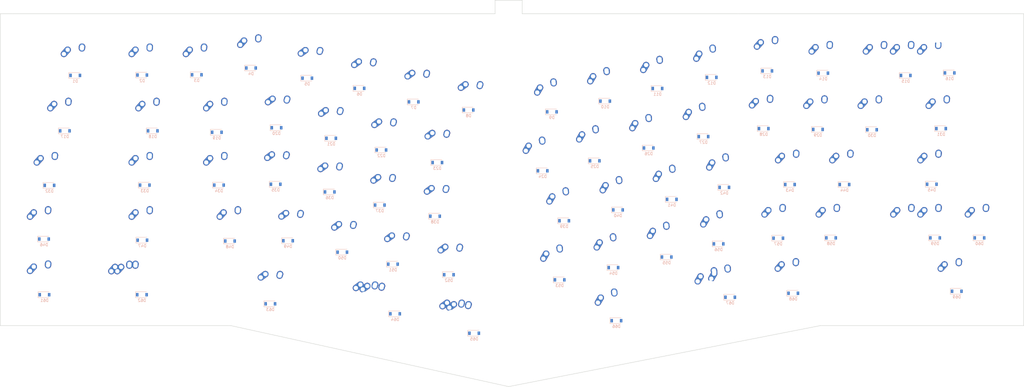
<source format=kicad_pcb>
(kicad_pcb (version 20171130) (host pcbnew "(5.0.0-rc2-dev-733-g23a9fcd91)")
  (layers (0 F.Cu signal) (31 B.Cu signal) (34 B.Paste user) (35 F.Paste user) (36 B.SilkS user) (37 F.SilkS user) (38 B.Mask user) (39 F.Mask user) (44 Edge.Cuts user))
  (net 0 "")
  (net 1 "Net-(D1-Pad2)")
  (net 2 "Net-(D1-Pad1)")
  (net 3 "Net-(D2-Pad2)")
  (net 4 "Net-(D3-Pad2)")
  (net 5 "Net-(D4-Pad2)")
  (net 6 "Net-(D5-Pad2)")
  (net 7 "Net-(D6-Pad2)")
  (net 8 "Net-(D7-Pad2)")
  (net 9 "Net-(D8-Pad2)")
  (net 10 "Net-(D9-Pad2)")
  (net 11 "Net-(D10-Pad2)")
  (net 12 "Net-(D11-Pad2)")
  (net 13 "Net-(D12-Pad2)")
  (net 14 "Net-(D13-Pad2)")
  (net 15 "Net-(D14-Pad2)")
  (net 16 "Net-(D15-Pad2)")
  (net 17 "Net-(D16-Pad2)")
  (net 18 "Net-(D17-Pad2)")
  (net 19 "Net-(D17-Pad1)")
  (net 20 "Net-(D18-Pad2)")
  (net 21 "Net-(D19-Pad2)")
  (net 22 "Net-(D20-Pad2)")
  (net 23 "Net-(D21-Pad2)")
  (net 24 "Net-(D22-Pad2)")
  (net 25 "Net-(D23-Pad2)")
  (net 26 "Net-(D24-Pad2)")
  (net 27 "Net-(D25-Pad2)")
  (net 28 "Net-(D26-Pad2)")
  (net 29 "Net-(D27-Pad2)")
  (net 30 "Net-(D28-Pad2)")
  (net 31 "Net-(D29-Pad2)")
  (net 32 "Net-(D30-Pad2)")
  (net 33 "Net-(D31-Pad2)")
  (net 34 "Net-(D32-Pad2)")
  (net 35 "Net-(D32-Pad1)")
  (net 36 "Net-(D33-Pad2)")
  (net 37 "Net-(D34-Pad2)")
  (net 38 "Net-(D35-Pad2)")
  (net 39 "Net-(D36-Pad2)")
  (net 40 "Net-(D37-Pad2)")
  (net 41 "Net-(D38-Pad2)")
  (net 42 "Net-(D39-Pad2)")
  (net 43 "Net-(D40-Pad2)")
  (net 44 "Net-(D41-Pad2)")
  (net 45 "Net-(D42-Pad2)")
  (net 46 "Net-(D43-Pad2)")
  (net 47 "Net-(D44-Pad2)")
  (net 48 "Net-(D45-Pad2)")
  (net 49 "Net-(D46-Pad1)")
  (net 50 "Net-(D46-Pad2)")
  (net 51 "Net-(D47-Pad1)")
  (net 52 "Net-(D47-Pad2)")
  (net 53 "Net-(D48-Pad2)")
  (net 54 "Net-(D49-Pad2)")
  (net 55 "Net-(D50-Pad2)")
  (net 56 "Net-(D51-Pad2)")
  (net 57 "Net-(D52-Pad2)")
  (net 58 "Net-(D53-Pad2)")
  (net 59 "Net-(D54-Pad2)")
  (net 60 "Net-(D55-Pad2)")
  (net 61 "Net-(D56-Pad2)")
  (net 62 "Net-(D57-Pad2)")
  (net 63 "Net-(D58-Pad2)")
  (net 64 "Net-(D59-Pad2)")
  (net 65 "Net-(D60-Pad2)")
  (net 66 "Net-(D61-Pad1)")
  (net 67 "Net-(D61-Pad2)")
  (net 68 "Net-(D62-Pad2)")
  (net 69 "Net-(D62-Pad1)")
  (net 70 "Net-(D63-Pad2)")
  (net 71 "Net-(D64-Pad2)")
  (net 72 "Net-(D65-Pad2)")
  (net 73 "Net-(D66-Pad2)")
  (net 74 "Net-(D67-Pad2)")
  (net 75 "Net-(D68-Pad2)")
  (net 76 "Net-(D69-Pad2)")
  (net 77 "Net-(K1-Pad1)")
  (net 78 "Net-(K19-Pad1)")
  (net 79 "Net-(K20-Pad1)")
  (net 80 "Net-(K4-Pad1)")
  (net 81 "Net-(K21-Pad1)")
  (net 82 "Net-(K22-Pad1)")
  (net 83 "Net-(K23-Pad1)")
  (net 84 "Net-(K24-Pad1)")
  (net 85 "Net-(K25-Pad1)")
  (net 86 "Net-(K10-Pad1)")
  (net 87 "Net-(K11-Pad1)")
  (net 88 "Net-(K12-Pad1)")
  (net 89 "Net-(K13-Pad1)")
  (net 90 "Net-(K14-Pad1)")
  (net 91 "Net-(K15-Pad1)")
  (net 92 "Net-(K16-Pad1)")
  (net 93 "Net-(K47-Pad1)")
  (module ai03_hybrid:MX-1.5U-NoLED (layer F.Cu) (at 163.6 199.6)
    (fp_text reference K67)
    (fp_text value KEYSW)
    (pad "" np_thru_hole circle (at 5.08 0 48.0996) (size 1.75 1.75) (drill 1.75) (layers *.Cu *.Mask))
    (pad "" np_thru_hole circle (at -5.08 0 48.0996) (size 1.75 1.75) (drill 1.75) (layers *.Cu *.Mask))
    (pad 1 thru_hole circle (at -2.5 -4) (size 2.25 2.25) (drill 1.47) (layers *.Cu B.Mask) (net 78 "Net-(K19-Pad1)"))
    (pad "" np_thru_hole circle (at 0 0) (size 3.9878 3.9878) (drill 3.9878) (layers *.Cu *.Mask))
    (pad 1 thru_hole oval (at -3.81 -2.54 48.0996) (size 4.211556 2.25) (drill 1.47 (offset 0.980778 0)) (layers *.Cu B.Mask) (net 78 "Net-(K19-Pad1)"))
    (pad 2 thru_hole circle (at 2.54 -5.08) (size 2.25 2.25) (drill 1.47) (layers *.Cu B.Mask) (net 68 "Net-(D62-Pad2)"))
    (pad 2 thru_hole oval (at 2.5 -4.5 86.0548) (size 2.831378 2.25) (drill 1.47 (offset 0.290689 0)) (layers *.Cu B.Mask) (net 68 "Net-(D62-Pad2)"))
  )
  (module Diode_SMD:D_SOD-123 (layer B.Cu) (at 145.04 128.47)
    (fp_text reference D1 (at 0 2) (layer B.SilkS) (effects (justify mirror)))
    (fp_text value D)
    (pad 2 smd rect (at 1.65 0) (size 0.9 1.2) (layers B.Cu B.Paste B.Mask) (net 1 "Net-(D1-Pad2)"))
    (pad 1 smd rect (at -1.65 0) (size 0.9 1.2) (layers B.Cu B.Paste B.Mask) (net 2 "Net-(D1-Pad1)"))
  )
  (module Diode_SMD:D_SOD-123 (layer B.Cu) (at 168.49 128.34)
    (fp_text reference D2 (at 0 2) (layer B.SilkS) (effects (justify mirror)))
    (fp_text value D)
    (pad 1 smd rect (at -1.65 0) (size 0.9 1.2) (layers B.Cu B.Paste B.Mask) (net 2 "Net-(D1-Pad1)"))
    (pad 2 smd rect (at 1.65 0) (size 0.9 1.2) (layers B.Cu B.Paste B.Mask) (net 3 "Net-(D2-Pad2)"))
  )
  (module Diode_SMD:D_SOD-123 (layer B.Cu) (at 187.625 128.25)
    (fp_text reference D3 (at 0 2) (layer B.SilkS) (effects (justify mirror)))
    (fp_text value D)
    (pad 2 smd rect (at 1.65 0) (size 0.9 1.2) (layers B.Cu B.Paste B.Mask) (net 4 "Net-(D3-Pad2)"))
    (pad 1 smd rect (at -1.65 0) (size 0.9 1.2) (layers B.Cu B.Paste B.Mask) (net 2 "Net-(D1-Pad1)"))
  )
  (module Diode_SMD:D_SOD-123 (layer B.Cu) (at 206.625 125.875)
    (fp_text reference D4 (at 0 2) (layer B.SilkS) (effects (justify mirror)))
    (fp_text value D)
    (pad 1 smd rect (at -1.65 0) (size 0.9 1.2) (layers B.Cu B.Paste B.Mask) (net 2 "Net-(D1-Pad1)"))
    (pad 2 smd rect (at 1.65 0) (size 0.9 1.2) (layers B.Cu B.Paste B.Mask) (net 5 "Net-(D4-Pad2)"))
  )
  (module Diode_SMD:D_SOD-123 (layer B.Cu) (at 226.32 129.44)
    (fp_text reference D5 (at 0 2) (layer B.SilkS) (effects (justify mirror)))
    (fp_text value D)
    (pad 2 smd rect (at 1.65 0) (size 0.9 1.2) (layers B.Cu B.Paste B.Mask) (net 6 "Net-(D5-Pad2)"))
    (pad 1 smd rect (at -1.65 0) (size 0.9 1.2) (layers B.Cu B.Paste B.Mask) (net 2 "Net-(D1-Pad1)"))
  )
  (module Diode_SMD:D_SOD-123 (layer B.Cu) (at 244.625 133)
    (fp_text reference D6 (at 0 2) (layer B.SilkS) (effects (justify mirror)))
    (fp_text value D)
    (pad 1 smd rect (at -1.65 0) (size 0.9 1.2) (layers B.Cu B.Paste B.Mask) (net 2 "Net-(D1-Pad1)"))
    (pad 2 smd rect (at 1.65 0) (size 0.9 1.2) (layers B.Cu B.Paste B.Mask) (net 7 "Net-(D6-Pad2)"))
  )
  (module Diode_SMD:D_SOD-123 (layer B.Cu) (at 263.625 137.75)
    (fp_text reference D7 (at 0 2) (layer B.SilkS) (effects (justify mirror)))
    (fp_text value D)
    (pad 2 smd rect (at 1.65 0) (size 0.9 1.2) (layers B.Cu B.Paste B.Mask) (net 8 "Net-(D7-Pad2)"))
    (pad 1 smd rect (at -1.65 0) (size 0.9 1.2) (layers B.Cu B.Paste B.Mask) (net 2 "Net-(D1-Pad1)"))
  )
  (module Diode_SMD:D_SOD-123 (layer B.Cu) (at 282.85 140.59)
    (fp_text reference D8 (at 0 2) (layer B.SilkS) (effects (justify mirror)))
    (fp_text value D)
    (pad 1 smd rect (at -1.65 0) (size 0.9 1.2) (layers B.Cu B.Paste B.Mask) (net 2 "Net-(D1-Pad1)"))
    (pad 2 smd rect (at 1.65 0) (size 0.9 1.2) (layers B.Cu B.Paste B.Mask) (net 9 "Net-(D8-Pad2)"))
  )
  (module Diode_SMD:D_SOD-123 (layer B.Cu) (at 312.04 141.24)
    (fp_text reference D9 (at 0 2) (layer B.SilkS) (effects (justify mirror)))
    (fp_text value D)
    (pad 1 smd rect (at -1.65 0) (size 0.9 1.2) (layers B.Cu B.Paste B.Mask) (net 2 "Net-(D1-Pad1)"))
    (pad 2 smd rect (at 1.65 0) (size 0.9 1.2) (layers B.Cu B.Paste B.Mask) (net 10 "Net-(D9-Pad2)"))
  )
  (module Diode_SMD:D_SOD-123 (layer B.Cu) (at 330.7 137.48)
    (fp_text reference D10 (at 0 2) (layer B.SilkS) (effects (justify mirror)))
    (fp_text value D)
    (pad 2 smd rect (at 1.65 0) (size 0.9 1.2) (layers B.Cu B.Paste B.Mask) (net 11 "Net-(D10-Pad2)"))
    (pad 1 smd rect (at -1.65 0) (size 0.9 1.2) (layers B.Cu B.Paste B.Mask) (net 2 "Net-(D1-Pad1)"))
  )
  (module Diode_SMD:D_SOD-123 (layer B.Cu) (at 349.03 133.05)
    (fp_text reference D11 (at 0 2) (layer B.SilkS) (effects (justify mirror)))
    (fp_text value D)
    (pad 1 smd rect (at -1.65 0) (size 0.9 1.2) (layers B.Cu B.Paste B.Mask) (net 2 "Net-(D1-Pad1)"))
    (pad 2 smd rect (at 1.65 0) (size 0.9 1.2) (layers B.Cu B.Paste B.Mask) (net 12 "Net-(D11-Pad2)"))
  )
  (module Diode_SMD:D_SOD-123 (layer B.Cu) (at 368.02 129.16)
    (fp_text reference D12 (at 0 2) (layer B.SilkS) (effects (justify mirror)))
    (fp_text value D)
    (pad 2 smd rect (at 1.65 0) (size 0.9 1.2) (layers B.Cu B.Paste B.Mask) (net 13 "Net-(D12-Pad2)"))
    (pad 1 smd rect (at -1.65 0) (size 0.9 1.2) (layers B.Cu B.Paste B.Mask) (net 2 "Net-(D1-Pad1)"))
  )
  (module Diode_SMD:D_SOD-123 (layer B.Cu) (at 387.5 126.9)
    (fp_text reference D13 (at 0 2) (layer B.SilkS) (effects (justify mirror)))
    (fp_text value D)
    (pad 1 smd rect (at -1.65 0) (size 0.9 1.2) (layers B.Cu B.Paste B.Mask) (net 2 "Net-(D1-Pad1)"))
    (pad 2 smd rect (at 1.65 0) (size 0.9 1.2) (layers B.Cu B.Paste B.Mask) (net 14 "Net-(D13-Pad2)"))
  )
  (module Diode_SMD:D_SOD-123 (layer B.Cu) (at 407.11 127.68)
    (fp_text reference D14 (at 0 2) (layer B.SilkS) (effects (justify mirror)))
    (fp_text value D)
    (pad 2 smd rect (at 1.65 0) (size 0.9 1.2) (layers B.Cu B.Paste B.Mask) (net 15 "Net-(D14-Pad2)"))
    (pad 1 smd rect (at -1.65 0) (size 0.9 1.2) (layers B.Cu B.Paste B.Mask) (net 2 "Net-(D1-Pad1)"))
  )
  (module Diode_SMD:D_SOD-123 (layer B.Cu) (at 436 128.49)
    (fp_text reference D15 (at 0 2) (layer B.SilkS) (effects (justify mirror)))
    (fp_text value D)
    (pad 1 smd rect (at -1.65 0) (size 0.9 1.2) (layers B.Cu B.Paste B.Mask) (net 2 "Net-(D1-Pad1)"))
    (pad 2 smd rect (at 1.65 0) (size 0.9 1.2) (layers B.Cu B.Paste B.Mask) (net 16 "Net-(D15-Pad2)"))
  )
  (module Diode_SMD:D_SOD-123 (layer B.Cu) (at 451.4 127.6)
    (fp_text reference D16 (at 0 2) (layer B.SilkS) (effects (justify mirror)))
    (fp_text value D)
    (pad 1 smd rect (at -1.65 0) (size 0.9 1.2) (layers B.Cu B.Paste B.Mask) (net 2 "Net-(D1-Pad1)"))
    (pad 2 smd rect (at 1.65 0) (size 0.9 1.2) (layers B.Cu B.Paste B.Mask) (net 17 "Net-(D16-Pad2)"))
  )
  (module Diode_SMD:D_SOD-123 (layer B.Cu) (at 141.4 147.9)
    (fp_text reference D17 (at 0 2) (layer B.SilkS) (effects (justify mirror)))
    (fp_text value D)
    (pad 2 smd rect (at 1.65 0) (size 0.9 1.2) (layers B.Cu B.Paste B.Mask) (net 18 "Net-(D17-Pad2)"))
    (pad 1 smd rect (at -1.65 0) (size 0.9 1.2) (layers B.Cu B.Paste B.Mask) (net 19 "Net-(D17-Pad1)"))
  )
  (module Diode_SMD:D_SOD-123 (layer B.Cu) (at 172.2 147.9)
    (fp_text reference D18 (at 0 2) (layer B.SilkS) (effects (justify mirror)))
    (fp_text value D)
    (pad 1 smd rect (at -1.65 0) (size 0.9 1.2) (layers B.Cu B.Paste B.Mask) (net 19 "Net-(D17-Pad1)"))
    (pad 2 smd rect (at 1.65 0) (size 0.9 1.2) (layers B.Cu B.Paste B.Mask) (net 20 "Net-(D18-Pad2)"))
  )
  (module Diode_SMD:D_SOD-123 (layer B.Cu) (at 194.65 148.4)
    (fp_text reference D19 (at 0 2) (layer B.SilkS) (effects (justify mirror)))
    (fp_text value D)
    (pad 2 smd rect (at 1.65 0) (size 0.9 1.2) (layers B.Cu B.Paste B.Mask) (net 21 "Net-(D19-Pad2)"))
    (pad 1 smd rect (at -1.65 0) (size 0.9 1.2) (layers B.Cu B.Paste B.Mask) (net 19 "Net-(D17-Pad1)"))
  )
  (module Diode_SMD:D_SOD-123 (layer B.Cu) (at 215.55 146.8)
    (fp_text reference D20 (at 0 2) (layer B.SilkS) (effects (justify mirror)))
    (fp_text value D)
    (pad 1 smd rect (at -1.65 0) (size 0.9 1.2) (layers B.Cu B.Paste B.Mask) (net 19 "Net-(D17-Pad1)"))
    (pad 2 smd rect (at 1.65 0) (size 0.9 1.2) (layers B.Cu B.Paste B.Mask) (net 22 "Net-(D20-Pad2)"))
  )
  (module Diode_SMD:D_SOD-123 (layer B.Cu) (at 234.7 150.5)
    (fp_text reference D21 (at 0 2) (layer B.SilkS) (effects (justify mirror)))
    (fp_text value D)
    (pad 2 smd rect (at 1.65 0) (size 0.9 1.2) (layers B.Cu B.Paste B.Mask) (net 23 "Net-(D21-Pad2)"))
    (pad 1 smd rect (at -1.65 0) (size 0.9 1.2) (layers B.Cu B.Paste B.Mask) (net 19 "Net-(D17-Pad1)"))
  )
  (module Diode_SMD:D_SOD-123 (layer B.Cu) (at 252.3 154.6)
    (fp_text reference D22 (at 0 2) (layer B.SilkS) (effects (justify mirror)))
    (fp_text value D)
    (pad 1 smd rect (at -1.65 0) (size 0.9 1.2) (layers B.Cu B.Paste B.Mask) (net 19 "Net-(D17-Pad1)"))
    (pad 2 smd rect (at 1.65 0) (size 0.9 1.2) (layers B.Cu B.Paste B.Mask) (net 24 "Net-(D22-Pad2)"))
  )
  (module Diode_SMD:D_SOD-123 (layer B.Cu) (at 271.9 159)
    (fp_text reference D23 (at 0 2) (layer B.SilkS) (effects (justify mirror)))
    (fp_text value D)
    (pad 2 smd rect (at 1.65 0) (size 0.9 1.2) (layers B.Cu B.Paste B.Mask) (net 25 "Net-(D23-Pad2)"))
    (pad 1 smd rect (at -1.65 0) (size 0.9 1.2) (layers B.Cu B.Paste B.Mask) (net 19 "Net-(D17-Pad1)"))
  )
  (module Diode_SMD:D_SOD-123 (layer B.Cu) (at 308.8 161.9)
    (fp_text reference D24 (at 0 2) (layer B.SilkS) (effects (justify mirror)))
    (fp_text value D)
    (pad 1 smd rect (at -1.65 0) (size 0.9 1.2) (layers B.Cu B.Paste B.Mask) (net 19 "Net-(D17-Pad1)"))
    (pad 2 smd rect (at 1.65 0) (size 0.9 1.2) (layers B.Cu B.Paste B.Mask) (net 26 "Net-(D24-Pad2)"))
  )
  (module Diode_SMD:D_SOD-123 (layer B.Cu) (at 327.05 158.4)
    (fp_text reference D25 (at 0 2) (layer B.SilkS) (effects (justify mirror)))
    (fp_text value D)
    (pad 1 smd rect (at -1.65 0) (size 0.9 1.2) (layers B.Cu B.Paste B.Mask) (net 19 "Net-(D17-Pad1)"))
    (pad 2 smd rect (at 1.65 0) (size 0.9 1.2) (layers B.Cu B.Paste B.Mask) (net 27 "Net-(D25-Pad2)"))
  )
  (module Diode_SMD:D_SOD-123 (layer B.Cu) (at 345.95 153.9)
    (fp_text reference D26 (at 0 2) (layer B.SilkS) (effects (justify mirror)))
    (fp_text value D)
    (pad 2 smd rect (at 1.65 0) (size 0.9 1.2) (layers B.Cu B.Paste B.Mask) (net 28 "Net-(D26-Pad2)"))
    (pad 1 smd rect (at -1.65 0) (size 0.9 1.2) (layers B.Cu B.Paste B.Mask) (net 19 "Net-(D17-Pad1)"))
  )
  (module Diode_SMD:D_SOD-123 (layer B.Cu) (at 365.15 149.9)
    (fp_text reference D27 (at 0 2) (layer B.SilkS) (effects (justify mirror)))
    (fp_text value D)
    (pad 1 smd rect (at -1.65 0) (size 0.9 1.2) (layers B.Cu B.Paste B.Mask) (net 19 "Net-(D17-Pad1)"))
    (pad 2 smd rect (at 1.65 0) (size 0.9 1.2) (layers B.Cu B.Paste B.Mask) (net 29 "Net-(D27-Pad2)"))
  )
  (module Diode_SMD:D_SOD-123 (layer B.Cu) (at 386.25 147.1)
    (fp_text reference D28 (at 0 2) (layer B.SilkS) (effects (justify mirror)))
    (fp_text value D)
    (pad 2 smd rect (at 1.65 0) (size 0.9 1.2) (layers B.Cu B.Paste B.Mask) (net 30 "Net-(D28-Pad2)"))
    (pad 1 smd rect (at -1.65 0) (size 0.9 1.2) (layers B.Cu B.Paste B.Mask) (net 19 "Net-(D17-Pad1)"))
  )
  (module Diode_SMD:D_SOD-123 (layer B.Cu) (at 405.25 147.4)
    (fp_text reference D29 (at 0 2) (layer B.SilkS) (effects (justify mirror)))
    (fp_text value D)
    (pad 1 smd rect (at -1.65 0) (size 0.9 1.2) (layers B.Cu B.Paste B.Mask) (net 19 "Net-(D17-Pad1)"))
    (pad 2 smd rect (at 1.65 0) (size 0.9 1.2) (layers B.Cu B.Paste B.Mask) (net 31 "Net-(D29-Pad2)"))
  )
  (module Diode_SMD:D_SOD-123 (layer B.Cu) (at 424.2 147.5)
    (fp_text reference D30 (at 0 2) (layer B.SilkS) (effects (justify mirror)))
    (fp_text value D)
    (pad 2 smd rect (at 1.65 0) (size 0.9 1.2) (layers B.Cu B.Paste B.Mask) (net 32 "Net-(D30-Pad2)"))
    (pad 1 smd rect (at -1.65 0) (size 0.9 1.2) (layers B.Cu B.Paste B.Mask) (net 19 "Net-(D17-Pad1)"))
  )
  (module Diode_SMD:D_SOD-123 (layer B.Cu) (at 448.4 147.1)
    (fp_text reference D31 (at 0 2) (layer B.SilkS) (effects (justify mirror)))
    (fp_text value D)
    (pad 1 smd rect (at -1.65 0) (size 0.9 1.2) (layers B.Cu B.Paste B.Mask) (net 19 "Net-(D17-Pad1)"))
    (pad 2 smd rect (at 1.65 0) (size 0.9 1.2) (layers B.Cu B.Paste B.Mask) (net 33 "Net-(D31-Pad2)"))
  )
  (module Diode_SMD:D_SOD-123 (layer B.Cu) (at 136 167)
    (fp_text reference D32 (at 0 2) (layer B.SilkS) (effects (justify mirror)))
    (fp_text value D)
    (pad 2 smd rect (at 1.65 0) (size 0.9 1.2) (layers B.Cu B.Paste B.Mask) (net 34 "Net-(D32-Pad2)"))
    (pad 1 smd rect (at -1.65 0) (size 0.9 1.2) (layers B.Cu B.Paste B.Mask) (net 35 "Net-(D32-Pad1)"))
  )
  (module Diode_SMD:D_SOD-123 (layer B.Cu) (at 169.4 166.9)
    (fp_text reference D33 (at 0 2) (layer B.SilkS) (effects (justify mirror)))
    (fp_text value D)
    (pad 1 smd rect (at -1.65 0) (size 0.9 1.2) (layers B.Cu B.Paste B.Mask) (net 35 "Net-(D32-Pad1)"))
    (pad 2 smd rect (at 1.65 0) (size 0.9 1.2) (layers B.Cu B.Paste B.Mask) (net 36 "Net-(D33-Pad2)"))
  )
  (module Diode_SMD:D_SOD-123 (layer B.Cu) (at 195.4 166.9)
    (fp_text reference D34 (at 0 2) (layer B.SilkS) (effects (justify mirror)))
    (fp_text value D)
    (pad 2 smd rect (at 1.65 0) (size 0.9 1.2) (layers B.Cu B.Paste B.Mask) (net 37 "Net-(D34-Pad2)"))
    (pad 1 smd rect (at -1.65 0) (size 0.9 1.2) (layers B.Cu B.Paste B.Mask) (net 35 "Net-(D32-Pad1)"))
  )
  (module Diode_SMD:D_SOD-123 (layer B.Cu) (at 215.25 166.6)
    (fp_text reference D35 (at 0 2) (layer B.SilkS) (effects (justify mirror)))
    (fp_text value D)
    (pad 1 smd rect (at -1.65 0) (size 0.9 1.2) (layers B.Cu B.Paste B.Mask) (net 35 "Net-(D32-Pad1)"))
    (pad 2 smd rect (at 1.65 0) (size 0.9 1.2) (layers B.Cu B.Paste B.Mask) (net 38 "Net-(D35-Pad2)"))
  )
  (module Diode_SMD:D_SOD-123 (layer B.Cu) (at 234.2 169.3)
    (fp_text reference D36 (at 0 2) (layer B.SilkS) (effects (justify mirror)))
    (fp_text value D)
    (pad 2 smd rect (at 1.65 0) (size 0.9 1.2) (layers B.Cu B.Paste B.Mask) (net 39 "Net-(D36-Pad2)"))
    (pad 1 smd rect (at -1.65 0) (size 0.9 1.2) (layers B.Cu B.Paste B.Mask) (net 35 "Net-(D32-Pad1)"))
  )
  (module Diode_SMD:D_SOD-123 (layer B.Cu) (at 251.75 173.9)
    (fp_text reference D37 (at 0 2) (layer B.SilkS) (effects (justify mirror)))
    (fp_text value D)
    (pad 2 smd rect (at 1.65 0) (size 0.9 1.2) (layers B.Cu B.Paste B.Mask) (net 40 "Net-(D37-Pad2)"))
    (pad 1 smd rect (at -1.65 0) (size 0.9 1.2) (layers B.Cu B.Paste B.Mask) (net 35 "Net-(D32-Pad1)"))
  )
  (module Diode_SMD:D_SOD-123 (layer B.Cu) (at 271.1 177.8)
    (fp_text reference D38 (at 0 2) (layer B.SilkS) (effects (justify mirror)))
    (fp_text value D)
    (pad 1 smd rect (at -1.65 0) (size 0.9 1.2) (layers B.Cu B.Paste B.Mask) (net 35 "Net-(D32-Pad1)"))
    (pad 2 smd rect (at 1.65 0) (size 0.9 1.2) (layers B.Cu B.Paste B.Mask) (net 41 "Net-(D38-Pad2)"))
  )
  (module Diode_SMD:D_SOD-123 (layer B.Cu) (at 316.35 179.4)
    (fp_text reference D39 (at 0 2) (layer B.SilkS) (effects (justify mirror)))
    (fp_text value D)
    (pad 2 smd rect (at 1.65 0) (size 0.9 1.2) (layers B.Cu B.Paste B.Mask) (net 42 "Net-(D39-Pad2)"))
    (pad 1 smd rect (at -1.65 0) (size 0.9 1.2) (layers B.Cu B.Paste B.Mask) (net 35 "Net-(D32-Pad1)"))
  )
  (module Diode_SMD:D_SOD-123 (layer B.Cu) (at 335.2 175.6)
    (fp_text reference D40 (at 0 2) (layer B.SilkS) (effects (justify mirror)))
    (fp_text value D)
    (pad 1 smd rect (at -1.65 0) (size 0.9 1.2) (layers B.Cu B.Paste B.Mask) (net 35 "Net-(D32-Pad1)"))
    (pad 2 smd rect (at 1.65 0) (size 0.9 1.2) (layers B.Cu B.Paste B.Mask) (net 43 "Net-(D40-Pad2)"))
  )
  (module Diode_SMD:D_SOD-123 (layer B.Cu) (at 354.05 171.9)
    (fp_text reference D41 (at 0 2) (layer B.SilkS) (effects (justify mirror)))
    (fp_text value D)
    (pad 2 smd rect (at 1.65 0) (size 0.9 1.2) (layers B.Cu B.Paste B.Mask) (net 44 "Net-(D41-Pad2)"))
    (pad 1 smd rect (at -1.65 0) (size 0.9 1.2) (layers B.Cu B.Paste B.Mask) (net 35 "Net-(D32-Pad1)"))
  )
  (module Diode_SMD:D_SOD-123 (layer B.Cu) (at 372.45 167.7)
    (fp_text reference D42 (at 0 2) (layer B.SilkS) (effects (justify mirror)))
    (fp_text value D)
    (pad 1 smd rect (at -1.65 0) (size 0.9 1.2) (layers B.Cu B.Paste B.Mask) (net 35 "Net-(D32-Pad1)"))
    (pad 2 smd rect (at 1.65 0) (size 0.9 1.2) (layers B.Cu B.Paste B.Mask) (net 45 "Net-(D42-Pad2)"))
  )
  (module Diode_SMD:D_SOD-123 (layer B.Cu) (at 395.45 166.7)
    (fp_text reference D43 (at 0 2) (layer B.SilkS) (effects (justify mirror)))
    (fp_text value D)
    (pad 2 smd rect (at 1.65 0) (size 0.9 1.2) (layers B.Cu B.Paste B.Mask) (net 46 "Net-(D43-Pad2)"))
    (pad 1 smd rect (at -1.65 0) (size 0.9 1.2) (layers B.Cu B.Paste B.Mask) (net 35 "Net-(D32-Pad1)"))
  )
  (module Diode_SMD:D_SOD-123 (layer B.Cu) (at 414.55 166.7)
    (fp_text reference D44 (at 0 2) (layer B.SilkS) (effects (justify mirror)))
    (fp_text value D)
    (pad 1 smd rect (at -1.65 0) (size 0.9 1.2) (layers B.Cu B.Paste B.Mask) (net 35 "Net-(D32-Pad1)"))
    (pad 2 smd rect (at 1.65 0) (size 0.9 1.2) (layers B.Cu B.Paste B.Mask) (net 47 "Net-(D44-Pad2)"))
  )
  (module Diode_SMD:D_SOD-123 (layer B.Cu) (at 445.15 166.6)
    (fp_text reference D45 (at 0 2) (layer B.SilkS) (effects (justify mirror)))
    (fp_text value D)
    (pad 2 smd rect (at 1.65 0) (size 0.9 1.2) (layers B.Cu B.Paste B.Mask) (net 48 "Net-(D45-Pad2)"))
    (pad 1 smd rect (at -1.65 0) (size 0.9 1.2) (layers B.Cu B.Paste B.Mask) (net 35 "Net-(D32-Pad1)"))
  )
  (module Diode_SMD:D_SOD-123 (layer B.Cu) (at 134.1 185.8)
    (fp_text reference D46 (at 0 2) (layer B.SilkS) (effects (justify mirror)))
    (fp_text value D)
    (pad 1 smd rect (at -1.65 0) (size 0.9 1.2) (layers B.Cu B.Paste B.Mask) (net 49 "Net-(D46-Pad1)"))
    (pad 2 smd rect (at 1.65 0) (size 0.9 1.2) (layers B.Cu B.Paste B.Mask) (net 50 "Net-(D46-Pad2)"))
  )
  (module Diode_SMD:D_SOD-123 (layer B.Cu) (at 168.55 186.2)
    (fp_text reference D47 (at 0 2) (layer B.SilkS) (effects (justify mirror)))
    (fp_text value D)
    (pad 1 smd rect (at -1.65 0) (size 0.9 1.2) (layers B.Cu B.Paste B.Mask) (net 51 "Net-(D47-Pad1)"))
    (pad 2 smd rect (at 1.65 0) (size 0.9 1.2) (layers B.Cu B.Paste B.Mask) (net 52 "Net-(D47-Pad2)"))
  )
  (module Diode_SMD:D_SOD-123 (layer B.Cu) (at 199.25 186.5)
    (fp_text reference D48 (at 0 2) (layer B.SilkS) (effects (justify mirror)))
    (fp_text value D)
    (pad 2 smd rect (at 1.65 0) (size 0.9 1.2) (layers B.Cu B.Paste B.Mask) (net 53 "Net-(D48-Pad2)"))
    (pad 1 smd rect (at -1.65 0) (size 0.9 1.2) (layers B.Cu B.Paste B.Mask) (net 51 "Net-(D47-Pad1)"))
  )
  (module Diode_SMD:D_SOD-123 (layer B.Cu) (at 219.6 186.4)
    (fp_text reference D49 (at 0 2) (layer B.SilkS) (effects (justify mirror)))
    (fp_text value D)
    (pad 1 smd rect (at -1.65 0) (size 0.9 1.2) (layers B.Cu B.Paste B.Mask) (net 51 "Net-(D47-Pad1)"))
    (pad 2 smd rect (at 1.65 0) (size 0.9 1.2) (layers B.Cu B.Paste B.Mask) (net 54 "Net-(D49-Pad2)"))
  )
  (module Diode_SMD:D_SOD-123 (layer B.Cu) (at 238.6 190.4)
    (fp_text reference D50 (at 0 2) (layer B.SilkS) (effects (justify mirror)))
    (fp_text value D)
    (pad 2 smd rect (at 1.65 0) (size 0.9 1.2) (layers B.Cu B.Paste B.Mask) (net 55 "Net-(D50-Pad2)"))
    (pad 1 smd rect (at -1.65 0) (size 0.9 1.2) (layers B.Cu B.Paste B.Mask) (net 51 "Net-(D47-Pad1)"))
  )
  (module Diode_SMD:D_SOD-123 (layer B.Cu) (at 256.35 194.6)
    (fp_text reference D51 (at 0 2) (layer B.SilkS) (effects (justify mirror)))
    (fp_text value D)
    (pad 2 smd rect (at 1.65 0) (size 0.9 1.2) (layers B.Cu B.Paste B.Mask) (net 56 "Net-(D51-Pad2)"))
    (pad 1 smd rect (at -1.65 0) (size 0.9 1.2) (layers B.Cu B.Paste B.Mask) (net 51 "Net-(D47-Pad1)"))
  )
  (module Diode_SMD:D_SOD-123 (layer B.Cu) (at 275.95 198.3)
    (fp_text reference D52 (at 0 2) (layer B.SilkS) (effects (justify mirror)))
    (fp_text value D)
    (pad 1 smd rect (at -1.65 0) (size 0.9 1.2) (layers B.Cu B.Paste B.Mask) (net 51 "Net-(D47-Pad1)"))
    (pad 2 smd rect (at 1.65 0) (size 0.9 1.2) (layers B.Cu B.Paste B.Mask) (net 57 "Net-(D52-Pad2)"))
  )
  (module Diode_SMD:D_SOD-123 (layer B.Cu) (at 314.75 200.1)
    (fp_text reference D53 (at 0 2) (layer B.SilkS) (effects (justify mirror)))
    (fp_text value D)
    (pad 2 smd rect (at 1.65 0) (size 0.9 1.2) (layers B.Cu B.Paste B.Mask) (net 58 "Net-(D53-Pad2)"))
    (pad 1 smd rect (at -1.65 0) (size 0.9 1.2) (layers B.Cu B.Paste B.Mask) (net 51 "Net-(D47-Pad1)"))
  )
  (module Diode_SMD:D_SOD-123 (layer B.Cu) (at 333.6 195.8)
    (fp_text reference D54 (at 0 2) (layer B.SilkS) (effects (justify mirror)))
    (fp_text value D)
    (pad 1 smd rect (at -1.65 0) (size 0.9 1.2) (layers B.Cu B.Paste B.Mask) (net 51 "Net-(D47-Pad1)"))
    (pad 2 smd rect (at 1.65 0) (size 0.9 1.2) (layers B.Cu B.Paste B.Mask) (net 59 "Net-(D54-Pad2)"))
  )
  (module Diode_SMD:D_SOD-123 (layer B.Cu) (at 352.25 192.1)
    (fp_text reference D55 (at 0 2) (layer B.SilkS) (effects (justify mirror)))
    (fp_text value D)
    (pad 1 smd rect (at -1.65 0) (size 0.9 1.2) (layers B.Cu B.Paste B.Mask) (net 51 "Net-(D47-Pad1)"))
    (pad 2 smd rect (at 1.65 0) (size 0.9 1.2) (layers B.Cu B.Paste B.Mask) (net 60 "Net-(D55-Pad2)"))
  )
  (module Diode_SMD:D_SOD-123 (layer B.Cu) (at 370.45 187.5)
    (fp_text reference D56 (at 0 2) (layer B.SilkS) (effects (justify mirror)))
    (fp_text value D)
    (pad 1 smd rect (at -1.65 0) (size 0.9 1.2) (layers B.Cu B.Paste B.Mask) (net 51 "Net-(D47-Pad1)"))
    (pad 2 smd rect (at 1.65 0) (size 0.9 1.2) (layers B.Cu B.Paste B.Mask) (net 61 "Net-(D56-Pad2)"))
  )
  (module Diode_SMD:D_SOD-123 (layer B.Cu) (at 391.35 185.5)
    (fp_text reference D57 (at 0 2) (layer B.SilkS) (effects (justify mirror)))
    (fp_text value D)
    (pad 2 smd rect (at 1.65 0) (size 0.9 1.2) (layers B.Cu B.Paste B.Mask) (net 62 "Net-(D57-Pad2)"))
    (pad 1 smd rect (at -1.65 0) (size 0.9 1.2) (layers B.Cu B.Paste B.Mask) (net 51 "Net-(D47-Pad1)"))
  )
  (module Diode_SMD:D_SOD-123 (layer B.Cu) (at 409.85 185.4)
    (fp_text reference D58 (at 0 2) (layer B.SilkS) (effects (justify mirror)))
    (fp_text value D)
    (pad 2 smd rect (at 1.65 0) (size 0.9 1.2) (layers B.Cu B.Paste B.Mask) (net 63 "Net-(D58-Pad2)"))
    (pad 1 smd rect (at -1.65 0) (size 0.9 1.2) (layers B.Cu B.Paste B.Mask) (net 51 "Net-(D47-Pad1)"))
  )
  (module Diode_SMD:D_SOD-123 (layer B.Cu) (at 446.3 185.4)
    (fp_text reference D59 (at 0 2) (layer B.SilkS) (effects (justify mirror)))
    (fp_text value D)
    (pad 2 smd rect (at 1.65 0) (size 0.9 1.2) (layers B.Cu B.Paste B.Mask) (net 64 "Net-(D59-Pad2)"))
    (pad 1 smd rect (at -1.65 0) (size 0.9 1.2) (layers B.Cu B.Paste B.Mask) (net 51 "Net-(D47-Pad1)"))
  )
  (module Diode_SMD:D_SOD-123 (layer B.Cu) (at 461.85 185.4)
    (fp_text reference D60 (at 0 2) (layer B.SilkS) (effects (justify mirror)))
    (fp_text value D)
    (pad 2 smd rect (at 1.65 0) (size 0.9 1.2) (layers B.Cu B.Paste B.Mask) (net 65 "Net-(D60-Pad2)"))
    (pad 1 smd rect (at -1.65 0) (size 0.9 1.2) (layers B.Cu B.Paste B.Mask) (net 51 "Net-(D47-Pad1)"))
  )
  (module Diode_SMD:D_SOD-123 (layer B.Cu) (at 134.25 205.3)
    (fp_text reference D61 (at 0 2) (layer B.SilkS) (effects (justify mirror)))
    (fp_text value D)
    (pad 1 smd rect (at -1.65 0) (size 0.9 1.2) (layers B.Cu B.Paste B.Mask) (net 66 "Net-(D61-Pad1)"))
    (pad 2 smd rect (at 1.65 0) (size 0.9 1.2) (layers B.Cu B.Paste B.Mask) (net 67 "Net-(D61-Pad2)"))
  )
  (module Diode_SMD:D_SOD-123 (layer B.Cu) (at 168.4 205.3)
    (fp_text reference D62 (at 0 2) (layer B.SilkS) (effects (justify mirror)))
    (fp_text value D)
    (pad 2 smd rect (at 1.65 0) (size 0.9 1.2) (layers B.Cu B.Paste B.Mask) (net 68 "Net-(D62-Pad2)"))
    (pad 1 smd rect (at -1.65 0) (size 0.9 1.2) (layers B.Cu B.Paste B.Mask) (net 69 "Net-(D62-Pad1)"))
  )
  (module Diode_SMD:D_SOD-123 (layer B.Cu) (at 213.4 208.5)
    (fp_text reference D63 (at 0 2) (layer B.SilkS) (effects (justify mirror)))
    (fp_text value D)
    (pad 1 smd rect (at -1.65 0) (size 0.9 1.2) (layers B.Cu B.Paste B.Mask) (net 69 "Net-(D62-Pad1)"))
    (pad 2 smd rect (at 1.65 0) (size 0.9 1.2) (layers B.Cu B.Paste B.Mask) (net 70 "Net-(D63-Pad2)"))
  )
  (module Diode_SMD:D_SOD-123 (layer B.Cu) (at 257.1 212)
    (fp_text reference D64 (at 0 2) (layer B.SilkS) (effects (justify mirror)))
    (fp_text value D)
    (pad 1 smd rect (at -1.65 0) (size 0.9 1.2) (layers B.Cu B.Paste B.Mask) (net 69 "Net-(D62-Pad1)"))
    (pad 2 smd rect (at 1.65 0) (size 0.9 1.2) (layers B.Cu B.Paste B.Mask) (net 71 "Net-(D64-Pad2)"))
  )
  (module Diode_SMD:D_SOD-123 (layer B.Cu) (at 284.8 218.8)
    (fp_text reference D65 (at 0 2) (layer B.SilkS) (effects (justify mirror)))
    (fp_text value D)
    (pad 1 smd rect (at -1.65 0) (size 0.9 1.2) (layers B.Cu B.Paste B.Mask) (net 69 "Net-(D62-Pad1)"))
    (pad 2 smd rect (at 1.65 0) (size 0.9 1.2) (layers B.Cu B.Paste B.Mask) (net 72 "Net-(D65-Pad2)"))
  )
  (module Diode_SMD:D_SOD-123 (layer B.Cu) (at 334.65 214.4)
    (fp_text reference D66 (at 0 2) (layer B.SilkS) (effects (justify mirror)))
    (fp_text value D)
    (pad 2 smd rect (at 1.65 0) (size 0.9 1.2) (layers B.Cu B.Paste B.Mask) (net 73 "Net-(D66-Pad2)"))
    (pad 1 smd rect (at -1.65 0) (size 0.9 1.2) (layers B.Cu B.Paste B.Mask) (net 69 "Net-(D62-Pad1)"))
  )
  (module Diode_SMD:D_SOD-123 (layer B.Cu) (at 374.5 206.2)
    (fp_text reference D67 (at 0 2) (layer B.SilkS) (effects (justify mirror)))
    (fp_text value D)
    (pad 1 smd rect (at -1.65 0) (size 0.9 1.2) (layers B.Cu B.Paste B.Mask) (net 69 "Net-(D62-Pad1)"))
    (pad 2 smd rect (at 1.65 0) (size 0.9 1.2) (layers B.Cu B.Paste B.Mask) (net 74 "Net-(D67-Pad2)"))
  )
  (module Diode_SMD:D_SOD-123 (layer B.Cu) (at 396.6 204.8)
    (fp_text reference D68 (at 0 2) (layer B.SilkS) (effects (justify mirror)))
    (fp_text value D)
    (pad 1 smd rect (at -1.65 0) (size 0.9 1.2) (layers B.Cu B.Paste B.Mask) (net 69 "Net-(D62-Pad1)"))
    (pad 2 smd rect (at 1.65 0) (size 0.9 1.2) (layers B.Cu B.Paste B.Mask) (net 75 "Net-(D68-Pad2)"))
  )
  (module Diode_SMD:D_SOD-123 (layer B.Cu) (at 453.9 204.1)
    (fp_text reference D69 (at 0 2) (layer B.SilkS) (effects (justify mirror)))
    (fp_text value D)
    (pad 2 smd rect (at 1.65 0) (size 0.9 1.2) (layers B.Cu B.Paste B.Mask) (net 76 "Net-(D69-Pad2)"))
    (pad 1 smd rect (at -1.65 0) (size 0.9 1.2) (layers B.Cu B.Paste B.Mask) (net 69 "Net-(D62-Pad1)"))
  )
  (module ai03_hybrid:MX-1U-NoLED (layer F.Cu) (at 144.875 123.5)
    (fp_text reference K1)
    (fp_text value KEYSW)
    (pad 2 thru_hole oval (at 2.5 -4.5 86.0548) (size 2.831378 2.25) (drill 1.47 (offset 0.290689 0)) (layers *.Cu B.Mask) (net 1 "Net-(D1-Pad2)"))
    (pad 2 thru_hole circle (at 2.54 -5.08) (size 2.25 2.25) (drill 1.47) (layers *.Cu B.Mask) (net 1 "Net-(D1-Pad2)"))
    (pad 1 thru_hole oval (at -3.81 -2.54 48.0996) (size 4.211556 2.25) (drill 1.47 (offset 0.980778 0)) (layers *.Cu B.Mask) (net 77 "Net-(K1-Pad1)"))
    (pad "" np_thru_hole circle (at 0 0) (size 3.9878 3.9878) (drill 3.9878) (layers *.Cu *.Mask))
    (pad 1 thru_hole circle (at -2.5 -4) (size 2.25 2.25) (drill 1.47) (layers *.Cu B.Mask) (net 77 "Net-(K1-Pad1)"))
    (pad "" np_thru_hole circle (at -5.08 0 48.0996) (size 1.75 1.75) (drill 1.75) (layers *.Cu *.Mask))
    (pad "" np_thru_hole circle (at 5.08 0 48.0996) (size 1.75 1.75) (drill 1.75) (layers *.Cu *.Mask))
  )
  (module ai03_hybrid:MX-1U-NoLED (layer F.Cu) (at 168.625 123.5)
    (fp_text reference K2)
    (fp_text value KEYSW)
    (pad "" np_thru_hole circle (at 5.08 0 48.0996) (size 1.75 1.75) (drill 1.75) (layers *.Cu *.Mask))
    (pad "" np_thru_hole circle (at -5.08 0 48.0996) (size 1.75 1.75) (drill 1.75) (layers *.Cu *.Mask))
    (pad 1 thru_hole circle (at -2.5 -4) (size 2.25 2.25) (drill 1.47) (layers *.Cu B.Mask) (net 78 "Net-(K19-Pad1)"))
    (pad "" np_thru_hole circle (at 0 0) (size 3.9878 3.9878) (drill 3.9878) (layers *.Cu *.Mask))
    (pad 1 thru_hole oval (at -3.81 -2.54 48.0996) (size 4.211556 2.25) (drill 1.47 (offset 0.980778 0)) (layers *.Cu B.Mask) (net 78 "Net-(K19-Pad1)"))
    (pad 2 thru_hole circle (at 2.54 -5.08) (size 2.25 2.25) (drill 1.47) (layers *.Cu B.Mask) (net 3 "Net-(D2-Pad2)"))
    (pad 2 thru_hole oval (at 2.5 -4.5 86.0548) (size 2.831378 2.25) (drill 1.47 (offset 0.290689 0)) (layers *.Cu B.Mask) (net 3 "Net-(D2-Pad2)"))
  )
  (module ai03_hybrid:MX-1U-NoLED (layer F.Cu) (at 187.625 123.5)
    (fp_text reference K3)
    (fp_text value KEYSW)
    (pad 2 thru_hole oval (at 2.5 -4.5 86.0548) (size 2.831378 2.25) (drill 1.47 (offset 0.290689 0)) (layers *.Cu B.Mask) (net 4 "Net-(D3-Pad2)"))
    (pad 2 thru_hole circle (at 2.54 -5.08) (size 2.25 2.25) (drill 1.47) (layers *.Cu B.Mask) (net 4 "Net-(D3-Pad2)"))
    (pad 1 thru_hole oval (at -3.81 -2.54 48.0996) (size 4.211556 2.25) (drill 1.47 (offset 0.980778 0)) (layers *.Cu B.Mask) (net 79 "Net-(K20-Pad1)"))
    (pad "" np_thru_hole circle (at 0 0) (size 3.9878 3.9878) (drill 3.9878) (layers *.Cu *.Mask))
    (pad 1 thru_hole circle (at -2.5 -4) (size 2.25 2.25) (drill 1.47) (layers *.Cu B.Mask) (net 79 "Net-(K20-Pad1)"))
    (pad "" np_thru_hole circle (at -5.08 0 48.0996) (size 1.75 1.75) (drill 1.75) (layers *.Cu *.Mask))
    (pad "" np_thru_hole circle (at 5.08 0 48.0996) (size 1.75 1.75) (drill 1.75) (layers *.Cu *.Mask))
  )
  (module ai03_hybrid:MX-1U-NoLED (layer F.Cu) (at 206.67 120.29)
    (fp_text reference K4)
    (fp_text value KEYSW)
    (pad "" np_thru_hole circle (at 5.08 0 48.0996) (size 1.75 1.75) (drill 1.75) (layers *.Cu *.Mask))
    (pad "" np_thru_hole circle (at -5.08 0 48.0996) (size 1.75 1.75) (drill 1.75) (layers *.Cu *.Mask))
    (pad 1 thru_hole circle (at -2.5 -4) (size 2.25 2.25) (drill 1.47) (layers *.Cu B.Mask) (net 80 "Net-(K4-Pad1)"))
    (pad "" np_thru_hole circle (at 0 0) (size 3.9878 3.9878) (drill 3.9878) (layers *.Cu *.Mask))
    (pad 1 thru_hole oval (at -3.81 -2.54 48.0996) (size 4.211556 2.25) (drill 1.47 (offset 0.980778 0)) (layers *.Cu B.Mask) (net 80 "Net-(K4-Pad1)"))
    (pad 2 thru_hole circle (at 2.54 -5.08) (size 2.25 2.25) (drill 1.47) (layers *.Cu B.Mask) (net 5 "Net-(D4-Pad2)"))
    (pad 2 thru_hole oval (at 2.5 -4.5 86.0548) (size 2.831378 2.25) (drill 1.47 (offset 0.290689 0)) (layers *.Cu B.Mask) (net 5 "Net-(D4-Pad2)"))
  )
  (module ai03_hybrid:MX-1U-NoLED (layer F.Cu) (at 227.29 124.07 348)
    (fp_text reference K5)
    (fp_text value KEYSW)
    (pad 2 thru_hole oval (at 2.5 -4.5 74.0548) (size 2.831378 2.25) (drill 1.47 (offset 0.290689 0)) (layers *.Cu B.Mask) (net 6 "Net-(D5-Pad2)"))
    (pad 2 thru_hole circle (at 2.54 -5.08 348) (size 2.25 2.25) (drill 1.47) (layers *.Cu B.Mask) (net 6 "Net-(D5-Pad2)"))
    (pad 1 thru_hole oval (at -3.81 -2.539999 36.0996) (size 4.211556 2.25) (drill 1.47 (offset 0.980778 0)) (layers *.Cu B.Mask) (net 81 "Net-(K21-Pad1)"))
    (pad "" np_thru_hole circle (at 0 0 348) (size 3.9878 3.9878) (drill 3.9878) (layers *.Cu *.Mask))
    (pad 1 thru_hole circle (at -2.5 -4 348) (size 2.25 2.25) (drill 1.47) (layers *.Cu B.Mask) (net 81 "Net-(K21-Pad1)"))
    (pad "" np_thru_hole circle (at -5.08 0 36.0996) (size 1.75 1.75) (drill 1.75) (layers *.Cu *.Mask))
    (pad "" np_thru_hole circle (at 5.08 0 36.0996) (size 1.75 1.75) (drill 1.75) (layers *.Cu *.Mask))
  )
  (module ai03_hybrid:MX-1U-NoLED (layer F.Cu) (at 246 128.06 348)
    (fp_text reference K6)
    (fp_text value KEYSW)
    (pad "" np_thru_hole circle (at 5.08 0 36.0996) (size 1.75 1.75) (drill 1.75) (layers *.Cu *.Mask))
    (pad "" np_thru_hole circle (at -5.08 0 36.0996) (size 1.75 1.75) (drill 1.75) (layers *.Cu *.Mask))
    (pad 1 thru_hole circle (at -2.5 -4 348) (size 2.25 2.25) (drill 1.47) (layers *.Cu B.Mask) (net 82 "Net-(K22-Pad1)"))
    (pad "" np_thru_hole circle (at 0 0 348) (size 3.9878 3.9878) (drill 3.9878) (layers *.Cu *.Mask))
    (pad 1 thru_hole oval (at -3.81 -2.539999 36.0996) (size 4.211556 2.25) (drill 1.47 (offset 0.980778 0)) (layers *.Cu B.Mask) (net 82 "Net-(K22-Pad1)"))
    (pad 2 thru_hole circle (at 2.54 -5.08 348) (size 2.25 2.25) (drill 1.47) (layers *.Cu B.Mask) (net 7 "Net-(D6-Pad2)"))
    (pad 2 thru_hole oval (at 2.5 -4.5 74.0548) (size 2.831378 2.25) (drill 1.47 (offset 0.290689 0)) (layers *.Cu B.Mask) (net 7 "Net-(D6-Pad2)"))
  )
  (module ai03_hybrid:MX-1U-NoLED (layer F.Cu) (at 264.69 132.06 348)
    (fp_text reference K7)
    (fp_text value KEYSW)
    (pad "" np_thru_hole circle (at 5.08 0 36.0996) (size 1.75 1.75) (drill 1.75) (layers *.Cu *.Mask))
    (pad "" np_thru_hole circle (at -5.08 0 36.0996) (size 1.75 1.75) (drill 1.75) (layers *.Cu *.Mask))
    (pad 1 thru_hole circle (at -2.5 -4 348) (size 2.25 2.25) (drill 1.47) (layers *.Cu B.Mask) (net 83 "Net-(K23-Pad1)"))
    (pad "" np_thru_hole circle (at 0 0 348) (size 3.9878 3.9878) (drill 3.9878) (layers *.Cu *.Mask))
    (pad 1 thru_hole oval (at -3.81 -2.539999 36.0996) (size 4.211556 2.25) (drill 1.47 (offset 0.980778 0)) (layers *.Cu B.Mask) (net 83 "Net-(K23-Pad1)"))
    (pad 2 thru_hole circle (at 2.54 -5.08 348) (size 2.25 2.25) (drill 1.47) (layers *.Cu B.Mask) (net 8 "Net-(D7-Pad2)"))
    (pad 2 thru_hole oval (at 2.5 -4.5 74.0548) (size 2.831378 2.25) (drill 1.47 (offset 0.290689 0)) (layers *.Cu B.Mask) (net 8 "Net-(D7-Pad2)"))
  )
  (module ai03_hybrid:MX-1U-NoLED (layer F.Cu) (at 283.37 136.05 348)
    (fp_text reference K8)
    (fp_text value KEYSW)
    (pad 2 thru_hole oval (at 2.5 -4.5 74.0548) (size 2.831378 2.25) (drill 1.47 (offset 0.290689 0)) (layers *.Cu B.Mask) (net 9 "Net-(D8-Pad2)"))
    (pad 2 thru_hole circle (at 2.54 -5.08 348) (size 2.25 2.25) (drill 1.47) (layers *.Cu B.Mask) (net 9 "Net-(D8-Pad2)"))
    (pad 1 thru_hole oval (at -3.81 -2.539999 36.0996) (size 4.211556 2.25) (drill 1.47 (offset 0.980778 0)) (layers *.Cu B.Mask) (net 84 "Net-(K24-Pad1)"))
    (pad "" np_thru_hole circle (at 0 0 348) (size 3.9878 3.9878) (drill 3.9878) (layers *.Cu *.Mask))
    (pad 1 thru_hole circle (at -2.5 -4 348) (size 2.25 2.25) (drill 1.47) (layers *.Cu B.Mask) (net 84 "Net-(K24-Pad1)"))
    (pad "" np_thru_hole circle (at -5.08 0 36.0996) (size 1.75 1.75) (drill 1.75) (layers *.Cu *.Mask))
    (pad "" np_thru_hole circle (at 5.08 0 36.0996) (size 1.75 1.75) (drill 1.75) (layers *.Cu *.Mask))
  )
  (module ai03_hybrid:MX-1U-NoLED (layer F.Cu) (at 311.156581 136.137695 12)
    (fp_text reference K9)
    (fp_text value KEYSW)
    (pad 2 thru_hole oval (at 2.5 -4.5 98.0548) (size 2.831378 2.25) (drill 1.47 (offset 0.290689 0)) (layers *.Cu B.Mask) (net 10 "Net-(D9-Pad2)"))
    (pad 2 thru_hole circle (at 2.540001 -5.08 12) (size 2.25 2.25) (drill 1.47) (layers *.Cu B.Mask) (net 10 "Net-(D9-Pad2)"))
    (pad 1 thru_hole oval (at -3.81 -2.54 60.0996) (size 4.211556 2.25) (drill 1.47 (offset 0.980778 0)) (layers *.Cu B.Mask) (net 85 "Net-(K25-Pad1)"))
    (pad "" np_thru_hole circle (at 0 0 12) (size 3.9878 3.9878) (drill 3.9878) (layers *.Cu *.Mask))
    (pad 1 thru_hole circle (at -2.5 -4 12) (size 2.25 2.25) (drill 1.47) (layers *.Cu B.Mask) (net 85 "Net-(K25-Pad1)"))
    (pad "" np_thru_hole circle (at -5.08 0 60.0996) (size 1.75 1.75) (drill 1.75) (layers *.Cu *.Mask))
    (pad "" np_thru_hole circle (at 5.08 0 60.0996) (size 1.75 1.75) (drill 1.75) (layers *.Cu *.Mask))
  )
  (module ai03_hybrid:MX-1U-NoLED (layer F.Cu) (at 329.741385 132.187373 12)
    (fp_text reference K10)
    (fp_text value KEYSW)
    (pad "" np_thru_hole circle (at 5.08 0 60.0996) (size 1.75 1.75) (drill 1.75) (layers *.Cu *.Mask))
    (pad "" np_thru_hole circle (at -5.08 0 60.0996) (size 1.75 1.75) (drill 1.75) (layers *.Cu *.Mask))
    (pad 1 thru_hole circle (at -2.5 -4 12) (size 2.25 2.25) (drill 1.47) (layers *.Cu B.Mask) (net 86 "Net-(K10-Pad1)"))
    (pad "" np_thru_hole circle (at 0 0 12) (size 3.9878 3.9878) (drill 3.9878) (layers *.Cu *.Mask))
    (pad 1 thru_hole oval (at -3.81 -2.54 60.0996) (size 4.211556 2.25) (drill 1.47 (offset 0.980778 0)) (layers *.Cu B.Mask) (net 86 "Net-(K10-Pad1)"))
    (pad 2 thru_hole circle (at 2.540001 -5.08 12) (size 2.25 2.25) (drill 1.47) (layers *.Cu B.Mask) (net 11 "Net-(D10-Pad2)"))
    (pad 2 thru_hole oval (at 2.5 -4.5 98.0548) (size 2.831378 2.25) (drill 1.47 (offset 0.290689 0)) (layers *.Cu B.Mask) (net 11 "Net-(D10-Pad2)"))
  )
  (module ai03_hybrid:MX-1U-NoLED (layer F.Cu) (at 348.326189 128.237052 12)
    (fp_text reference K11)
    (fp_text value KEYSW)
    (pad "" np_thru_hole circle (at 5.08 0 60.0996) (size 1.75 1.75) (drill 1.75) (layers *.Cu *.Mask))
    (pad "" np_thru_hole circle (at -5.08 0 60.0996) (size 1.75 1.75) (drill 1.75) (layers *.Cu *.Mask))
    (pad 1 thru_hole circle (at -2.5 -4 12) (size 2.25 2.25) (drill 1.47) (layers *.Cu B.Mask) (net 87 "Net-(K11-Pad1)"))
    (pad "" np_thru_hole circle (at 0 0 12) (size 3.9878 3.9878) (drill 3.9878) (layers *.Cu *.Mask))
    (pad 1 thru_hole oval (at -3.81 -2.54 60.0996) (size 4.211556 2.25) (drill 1.47 (offset 0.980778 0)) (layers *.Cu B.Mask) (net 87 "Net-(K11-Pad1)"))
    (pad 2 thru_hole circle (at 2.540001 -5.08 12) (size 2.25 2.25) (drill 1.47) (layers *.Cu B.Mask) (net 12 "Net-(D11-Pad2)"))
    (pad 2 thru_hole oval (at 2.5 -4.5 98.0548) (size 2.831378 2.25) (drill 1.47 (offset 0.290689 0)) (layers *.Cu B.Mask) (net 12 "Net-(D11-Pad2)"))
  )
  (module ai03_hybrid:MX-1U-NoLED (layer F.Cu) (at 366.910993 124.286729 12)
    (fp_text reference K12)
    (fp_text value KEYSW)
    (pad "" np_thru_hole circle (at 5.08 0 60.0996) (size 1.75 1.75) (drill 1.75) (layers *.Cu *.Mask))
    (pad "" np_thru_hole circle (at -5.08 0 60.0996) (size 1.75 1.75) (drill 1.75) (layers *.Cu *.Mask))
    (pad 1 thru_hole circle (at -2.5 -4 12) (size 2.25 2.25) (drill 1.47) (layers *.Cu B.Mask) (net 88 "Net-(K12-Pad1)"))
    (pad "" np_thru_hole circle (at 0 0 12) (size 3.9878 3.9878) (drill 3.9878) (layers *.Cu *.Mask))
    (pad 1 thru_hole oval (at -3.81 -2.54 60.0996) (size 4.211556 2.25) (drill 1.47 (offset 0.980778 0)) (layers *.Cu B.Mask) (net 88 "Net-(K12-Pad1)"))
    (pad 2 thru_hole circle (at 2.540001 -5.08 12) (size 2.25 2.25) (drill 1.47) (layers *.Cu B.Mask) (net 13 "Net-(D12-Pad2)"))
    (pad 2 thru_hole oval (at 2.5 -4.5 98.0548) (size 2.831378 2.25) (drill 1.47 (offset 0.290689 0)) (layers *.Cu B.Mask) (net 13 "Net-(D12-Pad2)"))
  )
  (module ai03_hybrid:MX-1U-NoLED (layer F.Cu) (at 387.7 120.9)
    (fp_text reference K13)
    (fp_text value KEYSW)
    (pad "" np_thru_hole circle (at 5.08 0 48.0996) (size 1.75 1.75) (drill 1.75) (layers *.Cu *.Mask))
    (pad "" np_thru_hole circle (at -5.08 0 48.0996) (size 1.75 1.75) (drill 1.75) (layers *.Cu *.Mask))
    (pad 1 thru_hole circle (at -2.5 -4) (size 2.25 2.25) (drill 1.47) (layers *.Cu B.Mask) (net 89 "Net-(K13-Pad1)"))
    (pad "" np_thru_hole circle (at 0 0) (size 3.9878 3.9878) (drill 3.9878) (layers *.Cu *.Mask))
    (pad 1 thru_hole oval (at -3.81 -2.54 48.0996) (size 4.211556 2.25) (drill 1.47 (offset 0.980778 0)) (layers *.Cu B.Mask) (net 89 "Net-(K13-Pad1)"))
    (pad 2 thru_hole circle (at 2.54 -5.08) (size 2.25 2.25) (drill 1.47) (layers *.Cu B.Mask) (net 14 "Net-(D13-Pad2)"))
    (pad 2 thru_hole oval (at 2.5 -4.5 86.0548) (size 2.831378 2.25) (drill 1.47 (offset 0.290689 0)) (layers *.Cu B.Mask) (net 14 "Net-(D13-Pad2)"))
  )
  (module ai03_hybrid:MX-1U-NoLED (layer F.Cu) (at 406.88 122.61)
    (fp_text reference K14)
    (fp_text value KEYSW)
    (pad "" np_thru_hole circle (at 5.08 0 48.0996) (size 1.75 1.75) (drill 1.75) (layers *.Cu *.Mask))
    (pad "" np_thru_hole circle (at -5.08 0 48.0996) (size 1.75 1.75) (drill 1.75) (layers *.Cu *.Mask))
    (pad 1 thru_hole circle (at -2.5 -4) (size 2.25 2.25) (drill 1.47) (layers *.Cu B.Mask) (net 90 "Net-(K14-Pad1)"))
    (pad "" np_thru_hole circle (at 0 0) (size 3.9878 3.9878) (drill 3.9878) (layers *.Cu *.Mask))
    (pad 1 thru_hole oval (at -3.81 -2.54 48.0996) (size 4.211556 2.25) (drill 1.47 (offset 0.980778 0)) (layers *.Cu B.Mask) (net 90 "Net-(K14-Pad1)"))
    (pad 2 thru_hole circle (at 2.54 -5.08) (size 2.25 2.25) (drill 1.47) (layers *.Cu B.Mask) (net 15 "Net-(D14-Pad2)"))
    (pad 2 thru_hole oval (at 2.5 -4.5 86.0548) (size 2.831378 2.25) (drill 1.47 (offset 0.290689 0)) (layers *.Cu B.Mask) (net 15 "Net-(D14-Pad2)"))
  )
  (module ai03_hybrid:MX-1U-NoLED (layer F.Cu) (at 425.88 122.61)
    (fp_text reference K15)
    (fp_text value KEYSW)
    (pad 2 thru_hole oval (at 2.5 -4.5 86.0548) (size 2.831378 2.25) (drill 1.47 (offset 0.290689 0)) (layers *.Cu B.Mask) (net 16 "Net-(D15-Pad2)"))
    (pad 2 thru_hole circle (at 2.54 -5.08) (size 2.25 2.25) (drill 1.47) (layers *.Cu B.Mask) (net 16 "Net-(D15-Pad2)"))
    (pad 1 thru_hole oval (at -3.81 -2.54 48.0996) (size 4.211556 2.25) (drill 1.47 (offset 0.980778 0)) (layers *.Cu B.Mask) (net 91 "Net-(K15-Pad1)"))
    (pad "" np_thru_hole circle (at 0 0) (size 3.9878 3.9878) (drill 3.9878) (layers *.Cu *.Mask))
    (pad 1 thru_hole circle (at -2.5 -4) (size 2.25 2.25) (drill 1.47) (layers *.Cu B.Mask) (net 91 "Net-(K15-Pad1)"))
    (pad "" np_thru_hole circle (at -5.08 0 48.0996) (size 1.75 1.75) (drill 1.75) (layers *.Cu *.Mask))
    (pad "" np_thru_hole circle (at 5.08 0 48.0996) (size 1.75 1.75) (drill 1.75) (layers *.Cu *.Mask))
  )
  (module ai03_hybrid:MX-1U-NoLED (layer F.Cu) (at 444.88 122.61)
    (fp_text reference K16)
    (fp_text value KEYSW)
    (pad 2 thru_hole oval (at 2.5 -4.5 86.0548) (size 2.831378 2.25) (drill 1.47 (offset 0.290689 0)) (layers *.Cu B.Mask) (net 17 "Net-(D16-Pad2)"))
    (pad 2 thru_hole circle (at 2.54 -5.08) (size 2.25 2.25) (drill 1.47) (layers *.Cu B.Mask) (net 17 "Net-(D16-Pad2)"))
    (pad 1 thru_hole oval (at -3.81 -2.54 48.0996) (size 4.211556 2.25) (drill 1.47 (offset 0.980778 0)) (layers *.Cu B.Mask) (net 92 "Net-(K16-Pad1)"))
    (pad "" np_thru_hole circle (at 0 0) (size 3.9878 3.9878) (drill 3.9878) (layers *.Cu *.Mask))
    (pad 1 thru_hole circle (at -2.5 -4) (size 2.25 2.25) (drill 1.47) (layers *.Cu B.Mask) (net 92 "Net-(K16-Pad1)"))
    (pad "" np_thru_hole circle (at -5.08 0 48.0996) (size 1.75 1.75) (drill 1.75) (layers *.Cu *.Mask))
    (pad "" np_thru_hole circle (at 5.08 0 48.0996) (size 1.75 1.75) (drill 1.75) (layers *.Cu *.Mask))
  )
  (module ai03_hybrid:MX-2U-NoLED (layer F.Cu) (at 435.38 122.61)
    (fp_text reference K17)
    (fp_text value KEYSW)
    (pad "" np_thru_hole circle (at 11.938 8.255) (size 3.9878 3.9878) (drill 3.9878) (layers *.Cu *.Mask))
    (pad "" np_thru_hole circle (at -11.938 8.255) (size 3.9878 3.9878) (drill 3.9878) (layers *.Cu *.Mask))
    (pad "" np_thru_hole circle (at 11.938 -6.985) (size 3.048 3.048) (drill 3.048) (layers *.Cu *.Mask))
    (pad "" np_thru_hole circle (at -11.938 -6.985) (size 3.048 3.048) (drill 3.048) (layers *.Cu *.Mask))
    (pad "" np_thru_hole circle (at 5.08 0 48.0996) (size 1.75 1.75) (drill 1.75) (layers *.Cu *.Mask))
    (pad "" np_thru_hole circle (at -5.08 0 48.0996) (size 1.75 1.75) (drill 1.75) (layers *.Cu *.Mask))
    (pad 1 thru_hole circle (at -2.5 -4) (size 2.25 2.25) (drill 1.47) (layers *.Cu B.Mask) (net 91 "Net-(K15-Pad1)"))
    (pad "" np_thru_hole circle (at 0 0) (size 3.9878 3.9878) (drill 3.9878) (layers *.Cu *.Mask))
    (pad 1 thru_hole oval (at -3.81 -2.54 48.0996) (size 4.211556 2.25) (drill 1.47 (offset 0.980778 0)) (layers *.Cu B.Mask) (net 91 "Net-(K15-Pad1)"))
    (pad 2 thru_hole circle (at 2.54 -5.08) (size 2.25 2.25) (drill 1.47) (layers *.Cu B.Mask) (net 16 "Net-(D15-Pad2)"))
    (pad 2 thru_hole oval (at 2.5 -4.5 86.0548) (size 2.831378 2.25) (drill 1.47 (offset 0.290689 0)) (layers *.Cu B.Mask) (net 16 "Net-(D15-Pad2)"))
  )
  (module ai03_hybrid:MX-1U-NoLED (layer F.Cu) (at 140.125 142.5)
    (fp_text reference K18)
    (fp_text value KEYSW)
    (pad 2 thru_hole oval (at 2.5 -4.5 86.0548) (size 2.831378 2.25) (drill 1.47 (offset 0.290689 0)) (layers *.Cu B.Mask) (net 18 "Net-(D17-Pad2)"))
    (pad 2 thru_hole circle (at 2.54 -5.08) (size 2.25 2.25) (drill 1.47) (layers *.Cu B.Mask) (net 18 "Net-(D17-Pad2)"))
    (pad 1 thru_hole oval (at -3.81 -2.54 48.0996) (size 4.211556 2.25) (drill 1.47 (offset 0.980778 0)) (layers *.Cu B.Mask) (net 77 "Net-(K1-Pad1)"))
    (pad "" np_thru_hole circle (at 0 0) (size 3.9878 3.9878) (drill 3.9878) (layers *.Cu *.Mask))
    (pad 1 thru_hole circle (at -2.5 -4) (size 2.25 2.25) (drill 1.47) (layers *.Cu B.Mask) (net 77 "Net-(K1-Pad1)"))
    (pad "" np_thru_hole circle (at -5.08 0 48.0996) (size 1.75 1.75) (drill 1.75) (layers *.Cu *.Mask))
    (pad "" np_thru_hole circle (at 5.08 0 48.0996) (size 1.75 1.75) (drill 1.75) (layers *.Cu *.Mask))
  )
  (module ai03_hybrid:MX-1.5U-NoLED (layer F.Cu) (at 171 142.5)
    (fp_text reference K19)
    (fp_text value KEYSW)
    (pad "" np_thru_hole circle (at 5.08 0 48.0996) (size 1.75 1.75) (drill 1.75) (layers *.Cu *.Mask))
    (pad "" np_thru_hole circle (at -5.08 0 48.0996) (size 1.75 1.75) (drill 1.75) (layers *.Cu *.Mask))
    (pad 1 thru_hole circle (at -2.5 -4) (size 2.25 2.25) (drill 1.47) (layers *.Cu B.Mask) (net 78 "Net-(K19-Pad1)"))
    (pad "" np_thru_hole circle (at 0 0) (size 3.9878 3.9878) (drill 3.9878) (layers *.Cu *.Mask))
    (pad 1 thru_hole oval (at -3.81 -2.54 48.0996) (size 4.211556 2.25) (drill 1.47 (offset 0.980778 0)) (layers *.Cu B.Mask) (net 78 "Net-(K19-Pad1)"))
    (pad 2 thru_hole circle (at 2.54 -5.08) (size 2.25 2.25) (drill 1.47) (layers *.Cu B.Mask) (net 20 "Net-(D18-Pad2)"))
    (pad 2 thru_hole oval (at 2.5 -4.5 86.0548) (size 2.831378 2.25) (drill 1.47 (offset 0.290689 0)) (layers *.Cu B.Mask) (net 20 "Net-(D18-Pad2)"))
  )
  (module ai03_hybrid:MX-1U-NoLED (layer F.Cu) (at 194.75 142.5)
    (fp_text reference K20)
    (fp_text value KEYSW)
    (pad "" np_thru_hole circle (at 5.08 0 48.0996) (size 1.75 1.75) (drill 1.75) (layers *.Cu *.Mask))
    (pad "" np_thru_hole circle (at -5.08 0 48.0996) (size 1.75 1.75) (drill 1.75) (layers *.Cu *.Mask))
    (pad 1 thru_hole circle (at -2.5 -4) (size 2.25 2.25) (drill 1.47) (layers *.Cu B.Mask) (net 79 "Net-(K20-Pad1)"))
    (pad "" np_thru_hole circle (at 0 0) (size 3.9878 3.9878) (drill 3.9878) (layers *.Cu *.Mask))
    (pad 1 thru_hole oval (at -3.81 -2.54 48.0996) (size 4.211556 2.25) (drill 1.47 (offset 0.980778 0)) (layers *.Cu B.Mask) (net 79 "Net-(K20-Pad1)"))
    (pad 2 thru_hole circle (at 2.54 -5.08) (size 2.25 2.25) (drill 1.47) (layers *.Cu B.Mask) (net 21 "Net-(D19-Pad2)"))
    (pad 2 thru_hole oval (at 2.5 -4.5 86.0548) (size 2.831378 2.25) (drill 1.47 (offset 0.290689 0)) (layers *.Cu B.Mask) (net 21 "Net-(D19-Pad2)"))
  )
  (module ai03_hybrid:MX-1U-NoLED (layer F.Cu) (at 215.76 141.11 348)
    (fp_text reference K21)
    (fp_text value KEYSW)
    (pad "" np_thru_hole circle (at 5.08 0 36.0996) (size 1.75 1.75) (drill 1.75) (layers *.Cu *.Mask))
    (pad "" np_thru_hole circle (at -5.08 0 36.0996) (size 1.75 1.75) (drill 1.75) (layers *.Cu *.Mask))
    (pad 1 thru_hole circle (at -2.5 -4 348) (size 2.25 2.25) (drill 1.47) (layers *.Cu B.Mask) (net 81 "Net-(K21-Pad1)"))
    (pad "" np_thru_hole circle (at 0 0 348) (size 3.9878 3.9878) (drill 3.9878) (layers *.Cu *.Mask))
    (pad 1 thru_hole oval (at -3.81 -2.539999 36.0996) (size 4.211556 2.25) (drill 1.47 (offset 0.980778 0)) (layers *.Cu B.Mask) (net 81 "Net-(K21-Pad1)"))
    (pad 2 thru_hole circle (at 2.54 -5.08 348) (size 2.25 2.25) (drill 1.47) (layers *.Cu B.Mask) (net 22 "Net-(D20-Pad2)"))
    (pad 2 thru_hole oval (at 2.5 -4.5 74.0548) (size 2.831378 2.25) (drill 1.47 (offset 0.290689 0)) (layers *.Cu B.Mask) (net 22 "Net-(D20-Pad2)"))
  )
  (module ai03_hybrid:MX-1U-NoLED (layer F.Cu) (at 234.4 145.13 348)
    (fp_text reference K22)
    (fp_text value KEYSW)
    (pad 2 thru_hole oval (at 2.5 -4.5 74.0548) (size 2.831378 2.25) (drill 1.47 (offset 0.290689 0)) (layers *.Cu B.Mask) (net 23 "Net-(D21-Pad2)"))
    (pad 2 thru_hole circle (at 2.54 -5.08 348) (size 2.25 2.25) (drill 1.47) (layers *.Cu B.Mask) (net 23 "Net-(D21-Pad2)"))
    (pad 1 thru_hole oval (at -3.81 -2.539999 36.0996) (size 4.211556 2.25) (drill 1.47 (offset 0.980778 0)) (layers *.Cu B.Mask) (net 82 "Net-(K22-Pad1)"))
    (pad "" np_thru_hole circle (at 0 0 348) (size 3.9878 3.9878) (drill 3.9878) (layers *.Cu *.Mask))
    (pad 1 thru_hole circle (at -2.5 -4 348) (size 2.25 2.25) (drill 1.47) (layers *.Cu B.Mask) (net 82 "Net-(K22-Pad1)"))
    (pad "" np_thru_hole circle (at -5.08 0 36.0996) (size 1.75 1.75) (drill 1.75) (layers *.Cu *.Mask))
    (pad "" np_thru_hole circle (at 5.08 0 36.0996) (size 1.75 1.75) (drill 1.75) (layers *.Cu *.Mask))
  )
  (module ai03_hybrid:MX-1U-NoLED (layer F.Cu) (at 253.06 149.09 348)
    (fp_text reference K23)
    (fp_text value KEYSW)
    (pad 2 thru_hole oval (at 2.5 -4.5 74.0548) (size 2.831378 2.25) (drill 1.47 (offset 0.290689 0)) (layers *.Cu B.Mask) (net 24 "Net-(D22-Pad2)"))
    (pad 2 thru_hole circle (at 2.54 -5.08 348) (size 2.25 2.25) (drill 1.47) (layers *.Cu B.Mask) (net 24 "Net-(D22-Pad2)"))
    (pad 1 thru_hole oval (at -3.81 -2.539999 36.0996) (size 4.211556 2.25) (drill 1.47 (offset 0.980778 0)) (layers *.Cu B.Mask) (net 83 "Net-(K23-Pad1)"))
    (pad "" np_thru_hole circle (at 0 0 348) (size 3.9878 3.9878) (drill 3.9878) (layers *.Cu *.Mask))
    (pad 1 thru_hole circle (at -2.5 -4 348) (size 2.25 2.25) (drill 1.47) (layers *.Cu B.Mask) (net 83 "Net-(K23-Pad1)"))
    (pad "" np_thru_hole circle (at -5.08 0 36.0996) (size 1.75 1.75) (drill 1.75) (layers *.Cu *.Mask))
    (pad "" np_thru_hole circle (at 5.08 0 36.0996) (size 1.75 1.75) (drill 1.75) (layers *.Cu *.Mask))
  )
  (module ai03_hybrid:MX-1U-NoLED (layer F.Cu) (at 271.74 153.09 348)
    (fp_text reference K24)
    (fp_text value KEYSW)
    (pad "" np_thru_hole circle (at 5.08 0 36.0996) (size 1.75 1.75) (drill 1.75) (layers *.Cu *.Mask))
    (pad "" np_thru_hole circle (at -5.08 0 36.0996) (size 1.75 1.75) (drill 1.75) (layers *.Cu *.Mask))
    (pad 1 thru_hole circle (at -2.5 -4 348) (size 2.25 2.25) (drill 1.47) (layers *.Cu B.Mask) (net 84 "Net-(K24-Pad1)"))
    (pad "" np_thru_hole circle (at 0 0 348) (size 3.9878 3.9878) (drill 3.9878) (layers *.Cu *.Mask))
    (pad 1 thru_hole oval (at -3.81 -2.539999 36.0996) (size 4.211556 2.25) (drill 1.47 (offset 0.980778 0)) (layers *.Cu B.Mask) (net 84 "Net-(K24-Pad1)"))
    (pad 2 thru_hole circle (at 2.54 -5.08 348) (size 2.25 2.25) (drill 1.47) (layers *.Cu B.Mask) (net 25 "Net-(D23-Pad2)"))
    (pad 2 thru_hole oval (at 2.5 -4.5 74.0548) (size 2.831378 2.25) (drill 1.47 (offset 0.290689 0)) (layers *.Cu B.Mask) (net 25 "Net-(D23-Pad2)"))
  )
  (module ai03_hybrid:MX-1U-NoLED (layer F.Cu) (at 307.17 156.54 12)
    (fp_text reference K25)
    (fp_text value KEYSW)
    (pad 2 thru_hole oval (at 2.5 -4.5 98.0548) (size 2.831378 2.25) (drill 1.47 (offset 0.290689 0)) (layers *.Cu B.Mask) (net 26 "Net-(D24-Pad2)"))
    (pad 2 thru_hole circle (at 2.540001 -5.08 12) (size 2.25 2.25) (drill 1.47) (layers *.Cu B.Mask) (net 26 "Net-(D24-Pad2)"))
    (pad 1 thru_hole oval (at -3.81 -2.54 60.0996) (size 4.211556 2.25) (drill 1.47 (offset 0.980778 0)) (layers *.Cu B.Mask) (net 85 "Net-(K25-Pad1)"))
    (pad "" np_thru_hole circle (at 0 0 12) (size 3.9878 3.9878) (drill 3.9878) (layers *.Cu *.Mask))
    (pad 1 thru_hole circle (at -2.5 -4 12) (size 2.25 2.25) (drill 1.47) (layers *.Cu B.Mask) (net 85 "Net-(K25-Pad1)"))
    (pad "" np_thru_hole circle (at -5.08 0 60.0996) (size 1.75 1.75) (drill 1.75) (layers *.Cu *.Mask))
    (pad "" np_thru_hole circle (at 5.08 0 60.0996) (size 1.75 1.75) (drill 1.75) (layers *.Cu *.Mask))
  )
  (module ai03_hybrid:MX-1U-NoLED (layer F.Cu) (at 325.87 152.565 12)
    (fp_text reference K26)
    (fp_text value KEYSW)
    (pad "" np_thru_hole circle (at 5.08 0 60.0996) (size 1.75 1.75) (drill 1.75) (layers *.Cu *.Mask))
    (pad "" np_thru_hole circle (at -5.08 0 60.0996) (size 1.75 1.75) (drill 1.75) (layers *.Cu *.Mask))
    (pad 1 thru_hole circle (at -2.5 -4 12) (size 2.25 2.25) (drill 1.47) (layers *.Cu B.Mask) (net 86 "Net-(K10-Pad1)"))
    (pad "" np_thru_hole circle (at 0 0 12) (size 3.9878 3.9878) (drill 3.9878) (layers *.Cu *.Mask))
    (pad 1 thru_hole oval (at -3.81 -2.54 60.0996) (size 4.211556 2.25) (drill 1.47 (offset 0.980778 0)) (layers *.Cu B.Mask) (net 86 "Net-(K10-Pad1)"))
    (pad 2 thru_hole circle (at 2.540001 -5.08 12) (size 2.25 2.25) (drill 1.47) (layers *.Cu B.Mask) (net 27 "Net-(D25-Pad2)"))
    (pad 2 thru_hole oval (at 2.5 -4.5 98.0548) (size 2.831378 2.25) (drill 1.47 (offset 0.290689 0)) (layers *.Cu B.Mask) (net 27 "Net-(D25-Pad2)"))
  )
  (module ai03_hybrid:MX-1U-NoLED (layer F.Cu) (at 344.49 148.625 12)
    (fp_text reference K27)
    (fp_text value KEYSW)
    (pad "" np_thru_hole circle (at 5.08 0 60.0996) (size 1.75 1.75) (drill 1.75) (layers *.Cu *.Mask))
    (pad "" np_thru_hole circle (at -5.08 0 60.0996) (size 1.75 1.75) (drill 1.75) (layers *.Cu *.Mask))
    (pad 1 thru_hole circle (at -2.5 -4 12) (size 2.25 2.25) (drill 1.47) (layers *.Cu B.Mask) (net 87 "Net-(K11-Pad1)"))
    (pad "" np_thru_hole circle (at 0 0 12) (size 3.9878 3.9878) (drill 3.9878) (layers *.Cu *.Mask))
    (pad 1 thru_hole oval (at -3.81 -2.54 60.0996) (size 4.211556 2.25) (drill 1.47 (offset 0.980778 0)) (layers *.Cu B.Mask) (net 87 "Net-(K11-Pad1)"))
    (pad 2 thru_hole circle (at 2.540001 -5.08 12) (size 2.25 2.25) (drill 1.47) (layers *.Cu B.Mask) (net 28 "Net-(D26-Pad2)"))
    (pad 2 thru_hole oval (at 2.5 -4.5 98.0548) (size 2.831378 2.25) (drill 1.47 (offset 0.290689 0)) (layers *.Cu B.Mask) (net 28 "Net-(D26-Pad2)"))
  )
  (module ai03_hybrid:MX-1U-NoLED (layer F.Cu) (at 363.25 144.695 12)
    (fp_text reference K28)
    (fp_text value KEYSW)
    (pad 2 thru_hole oval (at 2.5 -4.5 98.0548) (size 2.831378 2.25) (drill 1.47 (offset 0.290689 0)) (layers *.Cu B.Mask) (net 29 "Net-(D27-Pad2)"))
    (pad 2 thru_hole circle (at 2.540001 -5.08 12) (size 2.25 2.25) (drill 1.47) (layers *.Cu B.Mask) (net 29 "Net-(D27-Pad2)"))
    (pad 1 thru_hole oval (at -3.81 -2.54 60.0996) (size 4.211556 2.25) (drill 1.47 (offset 0.980778 0)) (layers *.Cu B.Mask) (net 88 "Net-(K12-Pad1)"))
    (pad "" np_thru_hole circle (at 0 0 12) (size 3.9878 3.9878) (drill 3.9878) (layers *.Cu *.Mask))
    (pad 1 thru_hole circle (at -2.5 -4 12) (size 2.25 2.25) (drill 1.47) (layers *.Cu B.Mask) (net 88 "Net-(K12-Pad1)"))
    (pad "" np_thru_hole circle (at -5.08 0 60.0996) (size 1.75 1.75) (drill 1.75) (layers *.Cu *.Mask))
    (pad "" np_thru_hole circle (at 5.08 0 60.0996) (size 1.75 1.75) (drill 1.75) (layers *.Cu *.Mask))
  )
  (module ai03_hybrid:MX-1U-NoLED (layer F.Cu) (at 385.96 141.49)
    (fp_text reference K29)
    (fp_text value KEYSW)
    (pad "" np_thru_hole circle (at 5.08 0 48.0996) (size 1.75 1.75) (drill 1.75) (layers *.Cu *.Mask))
    (pad "" np_thru_hole circle (at -5.08 0 48.0996) (size 1.75 1.75) (drill 1.75) (layers *.Cu *.Mask))
    (pad 1 thru_hole circle (at -2.5 -4) (size 2.25 2.25) (drill 1.47) (layers *.Cu B.Mask) (net 89 "Net-(K13-Pad1)"))
    (pad "" np_thru_hole circle (at 0 0) (size 3.9878 3.9878) (drill 3.9878) (layers *.Cu *.Mask))
    (pad 1 thru_hole oval (at -3.81 -2.54 48.0996) (size 4.211556 2.25) (drill 1.47 (offset 0.980778 0)) (layers *.Cu B.Mask) (net 89 "Net-(K13-Pad1)"))
    (pad 2 thru_hole circle (at 2.54 -5.08) (size 2.25 2.25) (drill 1.47) (layers *.Cu B.Mask) (net 30 "Net-(D28-Pad2)"))
    (pad 2 thru_hole oval (at 2.5 -4.5 86.0548) (size 2.831378 2.25) (drill 1.47 (offset 0.290689 0)) (layers *.Cu B.Mask) (net 30 "Net-(D28-Pad2)"))
  )
  (module ai03_hybrid:MX-1U-NoLED (layer F.Cu) (at 405.02 141.66)
    (fp_text reference K30)
    (fp_text value KEYSW)
    (pad 2 thru_hole oval (at 2.5 -4.5 86.0548) (size 2.831378 2.25) (drill 1.47 (offset 0.290689 0)) (layers *.Cu B.Mask) (net 31 "Net-(D29-Pad2)"))
    (pad 2 thru_hole circle (at 2.54 -5.08) (size 2.25 2.25) (drill 1.47) (layers *.Cu B.Mask) (net 31 "Net-(D29-Pad2)"))
    (pad 1 thru_hole oval (at -3.81 -2.54 48.0996) (size 4.211556 2.25) (drill 1.47 (offset 0.980778 0)) (layers *.Cu B.Mask) (net 90 "Net-(K14-Pad1)"))
    (pad "" np_thru_hole circle (at 0 0) (size 3.9878 3.9878) (drill 3.9878) (layers *.Cu *.Mask))
    (pad 1 thru_hole circle (at -2.5 -4) (size 2.25 2.25) (drill 1.47) (layers *.Cu B.Mask) (net 90 "Net-(K14-Pad1)"))
    (pad "" np_thru_hole circle (at -5.08 0 48.0996) (size 1.75 1.75) (drill 1.75) (layers *.Cu *.Mask))
    (pad "" np_thru_hole circle (at 5.08 0 48.0996) (size 1.75 1.75) (drill 1.75) (layers *.Cu *.Mask))
  )
  (module ai03_hybrid:MX-1U-NoLED (layer F.Cu) (at 424.07 141.66)
    (fp_text reference K31)
    (fp_text value KEYSW)
    (pad 2 thru_hole oval (at 2.5 -4.5 86.0548) (size 2.831378 2.25) (drill 1.47 (offset 0.290689 0)) (layers *.Cu B.Mask) (net 32 "Net-(D30-Pad2)"))
    (pad 2 thru_hole circle (at 2.54 -5.08) (size 2.25 2.25) (drill 1.47) (layers *.Cu B.Mask) (net 32 "Net-(D30-Pad2)"))
    (pad 1 thru_hole oval (at -3.81 -2.54 48.0996) (size 4.211556 2.25) (drill 1.47 (offset 0.980778 0)) (layers *.Cu B.Mask) (net 91 "Net-(K15-Pad1)"))
    (pad "" np_thru_hole circle (at 0 0) (size 3.9878 3.9878) (drill 3.9878) (layers *.Cu *.Mask))
    (pad 1 thru_hole circle (at -2.5 -4) (size 2.25 2.25) (drill 1.47) (layers *.Cu B.Mask) (net 91 "Net-(K15-Pad1)"))
    (pad "" np_thru_hole circle (at -5.08 0 48.0996) (size 1.75 1.75) (drill 1.75) (layers *.Cu *.Mask))
    (pad "" np_thru_hole circle (at 5.08 0 48.0996) (size 1.75 1.75) (drill 1.75) (layers *.Cu *.Mask))
  )
  (module ai03_hybrid:MX-1.5U-NoLED (layer F.Cu) (at 447.8825 141.66)
    (fp_text reference K32)
    (fp_text value KEYSW)
    (pad 2 thru_hole oval (at 2.5 -4.5 86.0548) (size 2.831378 2.25) (drill 1.47 (offset 0.290689 0)) (layers *.Cu B.Mask) (net 33 "Net-(D31-Pad2)"))
    (pad 2 thru_hole circle (at 2.54 -5.08) (size 2.25 2.25) (drill 1.47) (layers *.Cu B.Mask) (net 33 "Net-(D31-Pad2)"))
    (pad 1 thru_hole oval (at -3.81 -2.54 48.0996) (size 4.211556 2.25) (drill 1.47 (offset 0.980778 0)) (layers *.Cu B.Mask) (net 92 "Net-(K16-Pad1)"))
    (pad "" np_thru_hole circle (at 0 0) (size 3.9878 3.9878) (drill 3.9878) (layers *.Cu *.Mask))
    (pad 1 thru_hole circle (at -2.5 -4) (size 2.25 2.25) (drill 1.47) (layers *.Cu B.Mask) (net 92 "Net-(K16-Pad1)"))
    (pad "" np_thru_hole circle (at -5.08 0 48.0996) (size 1.75 1.75) (drill 1.75) (layers *.Cu *.Mask))
    (pad "" np_thru_hole circle (at 5.08 0 48.0996) (size 1.75 1.75) (drill 1.75) (layers *.Cu *.Mask))
  )
  (module ai03_hybrid:MX-1U-NoLED (layer F.Cu) (at 135.375 161.5)
    (fp_text reference K33)
    (fp_text value KEYSW)
    (pad "" np_thru_hole circle (at 5.08 0 48.0996) (size 1.75 1.75) (drill 1.75) (layers *.Cu *.Mask))
    (pad "" np_thru_hole circle (at -5.08 0 48.0996) (size 1.75 1.75) (drill 1.75) (layers *.Cu *.Mask))
    (pad 1 thru_hole circle (at -2.5 -4) (size 2.25 2.25) (drill 1.47) (layers *.Cu B.Mask) (net 77 "Net-(K1-Pad1)"))
    (pad "" np_thru_hole circle (at 0 0) (size 3.9878 3.9878) (drill 3.9878) (layers *.Cu *.Mask))
    (pad 1 thru_hole oval (at -3.81 -2.54 48.0996) (size 4.211556 2.25) (drill 1.47 (offset 0.980778 0)) (layers *.Cu B.Mask) (net 77 "Net-(K1-Pad1)"))
    (pad 2 thru_hole circle (at 2.54 -5.08) (size 2.25 2.25) (drill 1.47) (layers *.Cu B.Mask) (net 34 "Net-(D32-Pad2)"))
    (pad 2 thru_hole oval (at 2.5 -4.5 86.0548) (size 2.831378 2.25) (drill 1.47 (offset 0.290689 0)) (layers *.Cu B.Mask) (net 34 "Net-(D32-Pad2)"))
  )
  (module ai03_hybrid:MX-1.75U-NoLED (layer F.Cu) (at 168.625 161.5)
    (fp_text reference K34)
    (fp_text value KEYSW)
    (pad 2 thru_hole oval (at 2.5 -4.5 86.0548) (size 2.831378 2.25) (drill 1.47 (offset 0.290689 0)) (layers *.Cu B.Mask) (net 36 "Net-(D33-Pad2)"))
    (pad 2 thru_hole circle (at 2.54 -5.08) (size 2.25 2.25) (drill 1.47) (layers *.Cu B.Mask) (net 36 "Net-(D33-Pad2)"))
    (pad 1 thru_hole oval (at -3.81 -2.54 48.0996) (size 4.211556 2.25) (drill 1.47 (offset 0.980778 0)) (layers *.Cu B.Mask) (net 78 "Net-(K19-Pad1)"))
    (pad "" np_thru_hole circle (at 0 0) (size 3.9878 3.9878) (drill 3.9878) (layers *.Cu *.Mask))
    (pad 1 thru_hole circle (at -2.5 -4) (size 2.25 2.25) (drill 1.47) (layers *.Cu B.Mask) (net 78 "Net-(K19-Pad1)"))
    (pad "" np_thru_hole circle (at -5.08 0 48.0996) (size 1.75 1.75) (drill 1.75) (layers *.Cu *.Mask))
    (pad "" np_thru_hole circle (at 5.08 0 48.0996) (size 1.75 1.75) (drill 1.75) (layers *.Cu *.Mask))
  )
  (module ai03_hybrid:MX-1U-NoLED (layer F.Cu) (at 194.75 161.5)
    (fp_text reference K35)
    (fp_text value KEYSW)
    (pad "" np_thru_hole circle (at 5.08 0 48.0996) (size 1.75 1.75) (drill 1.75) (layers *.Cu *.Mask))
    (pad "" np_thru_hole circle (at -5.08 0 48.0996) (size 1.75 1.75) (drill 1.75) (layers *.Cu *.Mask))
    (pad 1 thru_hole circle (at -2.5 -4) (size 2.25 2.25) (drill 1.47) (layers *.Cu B.Mask) (net 79 "Net-(K20-Pad1)"))
    (pad "" np_thru_hole circle (at 0 0) (size 3.9878 3.9878) (drill 3.9878) (layers *.Cu *.Mask))
    (pad 1 thru_hole oval (at -3.81 -2.54 48.0996) (size 4.211556 2.25) (drill 1.47 (offset 0.980778 0)) (layers *.Cu B.Mask) (net 79 "Net-(K20-Pad1)"))
    (pad 2 thru_hole circle (at 2.54 -5.08) (size 2.25 2.25) (drill 1.47) (layers *.Cu B.Mask) (net 37 "Net-(D34-Pad2)"))
    (pad 2 thru_hole oval (at 2.5 -4.5 86.0548) (size 2.831378 2.25) (drill 1.47 (offset 0.290689 0)) (layers *.Cu B.Mask) (net 37 "Net-(D34-Pad2)"))
  )
  (module ai03_hybrid:MX-1U-NoLED (layer F.Cu) (at 215.54 160.62 348)
    (fp_text reference K36)
    (fp_text value KEYSW)
    (pad 2 thru_hole oval (at 2.5 -4.5 74.0548) (size 2.831378 2.25) (drill 1.47 (offset 0.290689 0)) (layers *.Cu B.Mask) (net 38 "Net-(D35-Pad2)"))
    (pad 2 thru_hole circle (at 2.54 -5.08 348) (size 2.25 2.25) (drill 1.47) (layers *.Cu B.Mask) (net 38 "Net-(D35-Pad2)"))
    (pad 1 thru_hole oval (at -3.81 -2.539999 36.0996) (size 4.211556 2.25) (drill 1.47 (offset 0.980778 0)) (layers *.Cu B.Mask) (net 81 "Net-(K21-Pad1)"))
    (pad "" np_thru_hole circle (at 0 0 348) (size 3.9878 3.9878) (drill 3.9878) (layers *.Cu *.Mask))
    (pad 1 thru_hole circle (at -2.5 -4 348) (size 2.25 2.25) (drill 1.47) (layers *.Cu B.Mask) (net 81 "Net-(K21-Pad1)"))
    (pad "" np_thru_hole circle (at -5.08 0 36.0996) (size 1.75 1.75) (drill 1.75) (layers *.Cu *.Mask))
    (pad "" np_thru_hole circle (at 5.08 0 36.0996) (size 1.75 1.75) (drill 1.75) (layers *.Cu *.Mask))
  )
  (module ai03_hybrid:MX-1U-NoLED (layer F.Cu) (at 234.17 164.54 348)
    (fp_text reference K37)
    (fp_text value KEYSW)
    (pad 2 thru_hole oval (at 2.5 -4.5 74.0548) (size 2.831378 2.25) (drill 1.47 (offset 0.290689 0)) (layers *.Cu B.Mask) (net 39 "Net-(D36-Pad2)"))
    (pad 2 thru_hole circle (at 2.54 -5.08 348) (size 2.25 2.25) (drill 1.47) (layers *.Cu B.Mask) (net 39 "Net-(D36-Pad2)"))
    (pad 1 thru_hole oval (at -3.81 -2.539999 36.0996) (size 4.211556 2.25) (drill 1.47 (offset 0.980778 0)) (layers *.Cu B.Mask) (net 82 "Net-(K22-Pad1)"))
    (pad "" np_thru_hole circle (at 0 0 348) (size 3.9878 3.9878) (drill 3.9878) (layers *.Cu *.Mask))
    (pad 1 thru_hole circle (at -2.5 -4 348) (size 2.25 2.25) (drill 1.47) (layers *.Cu B.Mask) (net 82 "Net-(K22-Pad1)"))
    (pad "" np_thru_hole circle (at -5.08 0 36.0996) (size 1.75 1.75) (drill 1.75) (layers *.Cu *.Mask))
    (pad "" np_thru_hole circle (at 5.08 0 36.0996) (size 1.75 1.75) (drill 1.75) (layers *.Cu *.Mask))
  )
  (module ai03_hybrid:MX-1U-NoLED (layer F.Cu) (at 252.73 168.57 348)
    (fp_text reference K38)
    (fp_text value KEYSW)
    (pad 2 thru_hole oval (at 2.5 -4.5 74.0548) (size 2.831378 2.25) (drill 1.47 (offset 0.290689 0)) (layers *.Cu B.Mask) (net 40 "Net-(D37-Pad2)"))
    (pad 2 thru_hole circle (at 2.54 -5.08 348) (size 2.25 2.25) (drill 1.47) (layers *.Cu B.Mask) (net 40 "Net-(D37-Pad2)"))
    (pad 1 thru_hole oval (at -3.81 -2.539999 36.0996) (size 4.211556 2.25) (drill 1.47 (offset 0.980778 0)) (layers *.Cu B.Mask) (net 83 "Net-(K23-Pad1)"))
    (pad "" np_thru_hole circle (at 0 0 348) (size 3.9878 3.9878) (drill 3.9878) (layers *.Cu *.Mask))
    (pad 1 thru_hole circle (at -2.5 -4 348) (size 2.25 2.25) (drill 1.47) (layers *.Cu B.Mask) (net 83 "Net-(K23-Pad1)"))
    (pad "" np_thru_hole circle (at -5.08 0 36.0996) (size 1.75 1.75) (drill 1.75) (layers *.Cu *.Mask))
    (pad "" np_thru_hole circle (at 5.08 0 36.0996) (size 1.75 1.75) (drill 1.75) (layers *.Cu *.Mask))
  )
  (module ai03_hybrid:MX-1U-NoLED (layer F.Cu) (at 271.47 172.43 348)
    (fp_text reference K39)
    (fp_text value KEYSW)
    (pad 2 thru_hole oval (at 2.5 -4.5 74.0548) (size 2.831378 2.25) (drill 1.47 (offset 0.290689 0)) (layers *.Cu B.Mask) (net 41 "Net-(D38-Pad2)"))
    (pad 2 thru_hole circle (at 2.54 -5.08 348) (size 2.25 2.25) (drill 1.47) (layers *.Cu B.Mask) (net 41 "Net-(D38-Pad2)"))
    (pad 1 thru_hole oval (at -3.81 -2.539999 36.0996) (size 4.211556 2.25) (drill 1.47 (offset 0.980778 0)) (layers *.Cu B.Mask) (net 84 "Net-(K24-Pad1)"))
    (pad "" np_thru_hole circle (at 0 0 348) (size 3.9878 3.9878) (drill 3.9878) (layers *.Cu *.Mask))
    (pad 1 thru_hole circle (at -2.5 -4 348) (size 2.25 2.25) (drill 1.47) (layers *.Cu B.Mask) (net 84 "Net-(K24-Pad1)"))
    (pad "" np_thru_hole circle (at -5.08 0 36.0996) (size 1.75 1.75) (drill 1.75) (layers *.Cu *.Mask))
    (pad "" np_thru_hole circle (at 5.08 0 36.0996) (size 1.75 1.75) (drill 1.75) (layers *.Cu *.Mask))
  )
  (module ai03_hybrid:MX-1U-NoLED (layer F.Cu) (at 315.43 174.3 12)
    (fp_text reference K40)
    (fp_text value KEYSW)
    (pad 2 thru_hole oval (at 2.5 -4.5 98.0548) (size 2.831378 2.25) (drill 1.47 (offset 0.290689 0)) (layers *.Cu B.Mask) (net 42 "Net-(D39-Pad2)"))
    (pad 2 thru_hole circle (at 2.540001 -5.08 12) (size 2.25 2.25) (drill 1.47) (layers *.Cu B.Mask) (net 42 "Net-(D39-Pad2)"))
    (pad 1 thru_hole oval (at -3.81 -2.54 60.0996) (size 4.211556 2.25) (drill 1.47 (offset 0.980778 0)) (layers *.Cu B.Mask) (net 85 "Net-(K25-Pad1)"))
    (pad "" np_thru_hole circle (at 0 0 12) (size 3.9878 3.9878) (drill 3.9878) (layers *.Cu *.Mask))
    (pad 1 thru_hole circle (at -2.5 -4 12) (size 2.25 2.25) (drill 1.47) (layers *.Cu B.Mask) (net 85 "Net-(K25-Pad1)"))
    (pad "" np_thru_hole circle (at -5.08 0 60.0996) (size 1.75 1.75) (drill 1.75) (layers *.Cu *.Mask))
    (pad "" np_thru_hole circle (at 5.08 0 60.0996) (size 1.75 1.75) (drill 1.75) (layers *.Cu *.Mask))
  )
  (module ai03_hybrid:MX-1U-NoLED (layer F.Cu) (at 334.11 170.37 12)
    (fp_text reference K41)
    (fp_text value KEYSW)
    (pad "" np_thru_hole circle (at 5.08 0 60.0996) (size 1.75 1.75) (drill 1.75) (layers *.Cu *.Mask))
    (pad "" np_thru_hole circle (at -5.08 0 60.0996) (size 1.75 1.75) (drill 1.75) (layers *.Cu *.Mask))
    (pad 1 thru_hole circle (at -2.5 -4 12) (size 2.25 2.25) (drill 1.47) (layers *.Cu B.Mask) (net 86 "Net-(K10-Pad1)"))
    (pad "" np_thru_hole circle (at 0 0 12) (size 3.9878 3.9878) (drill 3.9878) (layers *.Cu *.Mask))
    (pad 1 thru_hole oval (at -3.81 -2.54 60.0996) (size 4.211556 2.25) (drill 1.47 (offset 0.980778 0)) (layers *.Cu B.Mask) (net 86 "Net-(K10-Pad1)"))
    (pad 2 thru_hole circle (at 2.540001 -5.08 12) (size 2.25 2.25) (drill 1.47) (layers *.Cu B.Mask) (net 43 "Net-(D40-Pad2)"))
    (pad 2 thru_hole oval (at 2.5 -4.5 98.0548) (size 2.831378 2.25) (drill 1.47 (offset 0.290689 0)) (layers *.Cu B.Mask) (net 43 "Net-(D40-Pad2)"))
  )
  (module ai03_hybrid:MX-1U-NoLED (layer F.Cu) (at 352.75 166.39 12)
    (fp_text reference K42)
    (fp_text value KEYSW)
    (pad "" np_thru_hole circle (at 5.08 0 60.0996) (size 1.75 1.75) (drill 1.75) (layers *.Cu *.Mask))
    (pad "" np_thru_hole circle (at -5.08 0 60.0996) (size 1.75 1.75) (drill 1.75) (layers *.Cu *.Mask))
    (pad 1 thru_hole circle (at -2.5 -4 12) (size 2.25 2.25) (drill 1.47) (layers *.Cu B.Mask) (net 87 "Net-(K11-Pad1)"))
    (pad "" np_thru_hole circle (at 0 0 12) (size 3.9878 3.9878) (drill 3.9878) (layers *.Cu *.Mask))
    (pad 1 thru_hole oval (at -3.81 -2.54 60.0996) (size 4.211556 2.25) (drill 1.47 (offset 0.980778 0)) (layers *.Cu B.Mask) (net 87 "Net-(K11-Pad1)"))
    (pad 2 thru_hole circle (at 2.540001 -5.08 12) (size 2.25 2.25) (drill 1.47) (layers *.Cu B.Mask) (net 44 "Net-(D41-Pad2)"))
    (pad 2 thru_hole oval (at 2.5 -4.5 98.0548) (size 2.831378 2.25) (drill 1.47 (offset 0.290689 0)) (layers *.Cu B.Mask) (net 44 "Net-(D41-Pad2)"))
  )
  (module ai03_hybrid:MX-1U-NoLED (layer F.Cu) (at 371.44 162.41 12)
    (fp_text reference K43)
    (fp_text value KEYSW)
    (pad "" np_thru_hole circle (at 5.08 0 60.0996) (size 1.75 1.75) (drill 1.75) (layers *.Cu *.Mask))
    (pad "" np_thru_hole circle (at -5.08 0 60.0996) (size 1.75 1.75) (drill 1.75) (layers *.Cu *.Mask))
    (pad 1 thru_hole circle (at -2.5 -4 12) (size 2.25 2.25) (drill 1.47) (layers *.Cu B.Mask) (net 88 "Net-(K12-Pad1)"))
    (pad "" np_thru_hole circle (at 0 0 12) (size 3.9878 3.9878) (drill 3.9878) (layers *.Cu *.Mask))
    (pad 1 thru_hole oval (at -3.81 -2.54 60.0996) (size 4.211556 2.25) (drill 1.47 (offset 0.980778 0)) (layers *.Cu B.Mask) (net 88 "Net-(K12-Pad1)"))
    (pad 2 thru_hole circle (at 2.540001 -5.08 12) (size 2.25 2.25) (drill 1.47) (layers *.Cu B.Mask) (net 45 "Net-(D42-Pad2)"))
    (pad 2 thru_hole oval (at 2.5 -4.5 98.0548) (size 2.831378 2.25) (drill 1.47 (offset 0.290689 0)) (layers *.Cu B.Mask) (net 45 "Net-(D42-Pad2)"))
  )
  (module ai03_hybrid:MX-1U-NoLED (layer F.Cu) (at 395.105 160.71)
    (fp_text reference K44)
    (fp_text value KEYSW)
    (pad 2 thru_hole oval (at 2.5 -4.5 86.0548) (size 2.831378 2.25) (drill 1.47 (offset 0.290689 0)) (layers *.Cu B.Mask) (net 46 "Net-(D43-Pad2)"))
    (pad 2 thru_hole circle (at 2.54 -5.08) (size 2.25 2.25) (drill 1.47) (layers *.Cu B.Mask) (net 46 "Net-(D43-Pad2)"))
    (pad 1 thru_hole oval (at -3.81 -2.54 48.0996) (size 4.211556 2.25) (drill 1.47 (offset 0.980778 0)) (layers *.Cu B.Mask) (net 90 "Net-(K14-Pad1)"))
    (pad "" np_thru_hole circle (at 0 0) (size 3.9878 3.9878) (drill 3.9878) (layers *.Cu *.Mask))
    (pad 1 thru_hole circle (at -2.5 -4) (size 2.25 2.25) (drill 1.47) (layers *.Cu B.Mask) (net 90 "Net-(K14-Pad1)"))
    (pad "" np_thru_hole circle (at -5.08 0 48.0996) (size 1.75 1.75) (drill 1.75) (layers *.Cu *.Mask))
    (pad "" np_thru_hole circle (at 5.08 0 48.0996) (size 1.75 1.75) (drill 1.75) (layers *.Cu *.Mask))
  )
  (module ai03_hybrid:MX-1U-NoLED (layer F.Cu) (at 414.105 160.71)
    (fp_text reference K45)
    (fp_text value KEYSW)
    (pad "" np_thru_hole circle (at 5.08 0 48.0996) (size 1.75 1.75) (drill 1.75) (layers *.Cu *.Mask))
    (pad "" np_thru_hole circle (at -5.08 0 48.0996) (size 1.75 1.75) (drill 1.75) (layers *.Cu *.Mask))
    (pad 1 thru_hole circle (at -2.5 -4) (size 2.25 2.25) (drill 1.47) (layers *.Cu B.Mask) (net 91 "Net-(K15-Pad1)"))
    (pad "" np_thru_hole circle (at 0 0) (size 3.9878 3.9878) (drill 3.9878) (layers *.Cu *.Mask))
    (pad 1 thru_hole oval (at -3.81 -2.54 48.0996) (size 4.211556 2.25) (drill 1.47 (offset 0.980778 0)) (layers *.Cu B.Mask) (net 91 "Net-(K15-Pad1)"))
    (pad 2 thru_hole circle (at 2.54 -5.08) (size 2.25 2.25) (drill 1.47) (layers *.Cu B.Mask) (net 47 "Net-(D44-Pad2)"))
    (pad 2 thru_hole oval (at 2.5 -4.5 86.0548) (size 2.831378 2.25) (drill 1.47 (offset 0.290689 0)) (layers *.Cu B.Mask) (net 47 "Net-(D44-Pad2)"))
  )
  (module ai03_hybrid:MX-2.25U-NoLED (layer F.Cu) (at 444.98 160.71)
    (fp_text reference K46)
    (fp_text value KEYSW)
    (pad 2 thru_hole oval (at 2.5 -4.5 86.0548) (size 2.831378 2.25) (drill 1.47 (offset 0.290689 0)) (layers *.Cu B.Mask) (net 48 "Net-(D45-Pad2)"))
    (pad 2 thru_hole circle (at 2.54 -5.08) (size 2.25 2.25) (drill 1.47) (layers *.Cu B.Mask) (net 48 "Net-(D45-Pad2)"))
    (pad 1 thru_hole oval (at -3.81 -2.54 48.0996) (size 4.211556 2.25) (drill 1.47 (offset 0.980778 0)) (layers *.Cu B.Mask) (net 92 "Net-(K16-Pad1)"))
    (pad "" np_thru_hole circle (at 0 0) (size 3.9878 3.9878) (drill 3.9878) (layers *.Cu *.Mask))
    (pad 1 thru_hole circle (at -2.5 -4) (size 2.25 2.25) (drill 1.47) (layers *.Cu B.Mask) (net 92 "Net-(K16-Pad1)"))
    (pad "" np_thru_hole circle (at -5.08 0 48.0996) (size 1.75 1.75) (drill 1.75) (layers *.Cu *.Mask))
    (pad "" np_thru_hole circle (at 5.08 0 48.0996) (size 1.75 1.75) (drill 1.75) (layers *.Cu *.Mask))
    (pad "" np_thru_hole circle (at -11.938 -6.985) (size 3.048 3.048) (drill 3.048) (layers *.Cu *.Mask))
    (pad "" np_thru_hole circle (at 11.938 -6.985) (size 3.048 3.048) (drill 3.048) (layers *.Cu *.Mask))
    (pad "" np_thru_hole circle (at -11.938 8.255) (size 3.9878 3.9878) (drill 3.9878) (layers *.Cu *.Mask))
    (pad "" np_thru_hole circle (at 11.938 8.255) (size 3.9878 3.9878) (drill 3.9878) (layers *.Cu *.Mask))
  )
  (module ai03_hybrid:MX-1U-NoLED (layer F.Cu) (at 133 180.5)
    (fp_text reference K47)
    (fp_text value KEYSW)
    (pad "" np_thru_hole circle (at 5.08 0 48.0996) (size 1.75 1.75) (drill 1.75) (layers *.Cu *.Mask))
    (pad "" np_thru_hole circle (at -5.08 0 48.0996) (size 1.75 1.75) (drill 1.75) (layers *.Cu *.Mask))
    (pad 1 thru_hole circle (at -2.5 -4) (size 2.25 2.25) (drill 1.47) (layers *.Cu B.Mask) (net 93 "Net-(K47-Pad1)"))
    (pad "" np_thru_hole circle (at 0 0) (size 3.9878 3.9878) (drill 3.9878) (layers *.Cu *.Mask))
    (pad 1 thru_hole oval (at -3.81 -2.54 48.0996) (size 4.211556 2.25) (drill 1.47 (offset 0.980778 0)) (layers *.Cu B.Mask) (net 93 "Net-(K47-Pad1)"))
    (pad 2 thru_hole circle (at 2.54 -5.08) (size 2.25 2.25) (drill 1.47) (layers *.Cu B.Mask) (net 50 "Net-(D46-Pad2)"))
    (pad 2 thru_hole oval (at 2.5 -4.5 86.0548) (size 2.831378 2.25) (drill 1.47 (offset 0.290689 0)) (layers *.Cu B.Mask) (net 50 "Net-(D46-Pad2)"))
  )
  (module ai03_hybrid:MX-2.25U-NoLED (layer F.Cu) (at 168.625 180.5)
    (fp_text reference K48)
    (fp_text value KEYSW)
    (pad "" np_thru_hole circle (at 11.938 8.255) (size 3.9878 3.9878) (drill 3.9878) (layers *.Cu *.Mask))
    (pad "" np_thru_hole circle (at -11.938 8.255) (size 3.9878 3.9878) (drill 3.9878) (layers *.Cu *.Mask))
    (pad "" np_thru_hole circle (at 11.938 -6.985) (size 3.048 3.048) (drill 3.048) (layers *.Cu *.Mask))
    (pad "" np_thru_hole circle (at -11.938 -6.985) (size 3.048 3.048) (drill 3.048) (layers *.Cu *.Mask))
    (pad "" np_thru_hole circle (at 5.08 0 48.0996) (size 1.75 1.75) (drill 1.75) (layers *.Cu *.Mask))
    (pad "" np_thru_hole circle (at -5.08 0 48.0996) (size 1.75 1.75) (drill 1.75) (layers *.Cu *.Mask))
    (pad 1 thru_hole circle (at -2.5 -4) (size 2.25 2.25) (drill 1.47) (layers *.Cu B.Mask) (net 78 "Net-(K19-Pad1)"))
    (pad "" np_thru_hole circle (at 0 0) (size 3.9878 3.9878) (drill 3.9878) (layers *.Cu *.Mask))
    (pad 1 thru_hole oval (at -3.81 -2.54 48.0996) (size 4.211556 2.25) (drill 1.47 (offset 0.980778 0)) (layers *.Cu B.Mask) (net 78 "Net-(K19-Pad1)"))
    (pad 2 thru_hole circle (at 2.54 -5.08) (size 2.25 2.25) (drill 1.47) (layers *.Cu B.Mask) (net 52 "Net-(D47-Pad2)"))
    (pad 2 thru_hole oval (at 2.5 -4.5 86.0548) (size 2.831378 2.25) (drill 1.47 (offset 0.290689 0)) (layers *.Cu B.Mask) (net 52 "Net-(D47-Pad2)"))
  )
  (module ai03_hybrid:MX-1U-NoLED (layer F.Cu) (at 199.5 180.5)
    (fp_text reference K49)
    (fp_text value KEYSW)
    (pad 2 thru_hole oval (at 2.5 -4.5 86.0548) (size 2.831378 2.25) (drill 1.47 (offset 0.290689 0)) (layers *.Cu B.Mask) (net 53 "Net-(D48-Pad2)"))
    (pad 2 thru_hole circle (at 2.54 -5.08) (size 2.25 2.25) (drill 1.47) (layers *.Cu B.Mask) (net 53 "Net-(D48-Pad2)"))
    (pad 1 thru_hole oval (at -3.81 -2.54 48.0996) (size 4.211556 2.25) (drill 1.47 (offset 0.980778 0)) (layers *.Cu B.Mask) (net 79 "Net-(K20-Pad1)"))
    (pad "" np_thru_hole circle (at 0 0) (size 3.9878 3.9878) (drill 3.9878) (layers *.Cu *.Mask))
    (pad 1 thru_hole circle (at -2.5 -4) (size 2.25 2.25) (drill 1.47) (layers *.Cu B.Mask) (net 79 "Net-(K20-Pad1)"))
    (pad "" np_thru_hole circle (at -5.08 0 48.0996) (size 1.75 1.75) (drill 1.75) (layers *.Cu *.Mask))
    (pad "" np_thru_hole circle (at 5.08 0 48.0996) (size 1.75 1.75) (drill 1.75) (layers *.Cu *.Mask))
  )
  (module ai03_hybrid:MX-1U-NoLED (layer F.Cu) (at 220.48 181.16 348)
    (fp_text reference K50)
    (fp_text value KEYSW)
    (pad "" np_thru_hole circle (at 5.08 0 36.0996) (size 1.75 1.75) (drill 1.75) (layers *.Cu *.Mask))
    (pad "" np_thru_hole circle (at -5.08 0 36.0996) (size 1.75 1.75) (drill 1.75) (layers *.Cu *.Mask))
    (pad 1 thru_hole circle (at -2.5 -4 348) (size 2.25 2.25) (drill 1.47) (layers *.Cu B.Mask) (net 81 "Net-(K21-Pad1)"))
    (pad "" np_thru_hole circle (at 0 0 348) (size 3.9878 3.9878) (drill 3.9878) (layers *.Cu *.Mask))
    (pad 1 thru_hole oval (at -3.81 -2.539999 36.0996) (size 4.211556 2.25) (drill 1.47 (offset 0.980778 0)) (layers *.Cu B.Mask) (net 81 "Net-(K21-Pad1)"))
    (pad 2 thru_hole circle (at 2.54 -5.08 348) (size 2.25 2.25) (drill 1.47) (layers *.Cu B.Mask) (net 54 "Net-(D49-Pad2)"))
    (pad 2 thru_hole oval (at 2.5 -4.5 74.0548) (size 2.831378 2.25) (drill 1.47 (offset 0.290689 0)) (layers *.Cu B.Mask) (net 54 "Net-(D49-Pad2)"))
  )
  (module ai03_hybrid:MX-1U-NoLED (layer F.Cu) (at 239.02 185.03 348)
    (fp_text reference K51)
    (fp_text value KEYSW)
    (pad 2 thru_hole oval (at 2.5 -4.5 74.0548) (size 2.831378 2.25) (drill 1.47 (offset 0.290689 0)) (layers *.Cu B.Mask) (net 55 "Net-(D50-Pad2)"))
    (pad 2 thru_hole circle (at 2.54 -5.08 348) (size 2.25 2.25) (drill 1.47) (layers *.Cu B.Mask) (net 55 "Net-(D50-Pad2)"))
    (pad 1 thru_hole oval (at -3.81 -2.539999 36.0996) (size 4.211556 2.25) (drill 1.47 (offset 0.980778 0)) (layers *.Cu B.Mask) (net 82 "Net-(K22-Pad1)"))
    (pad "" np_thru_hole circle (at 0 0 348) (size 3.9878 3.9878) (drill 3.9878) (layers *.Cu *.Mask))
    (pad 1 thru_hole circle (at -2.5 -4 348) (size 2.25 2.25) (drill 1.47) (layers *.Cu B.Mask) (net 82 "Net-(K22-Pad1)"))
    (pad "" np_thru_hole circle (at -5.08 0 36.0996) (size 1.75 1.75) (drill 1.75) (layers *.Cu *.Mask))
    (pad "" np_thru_hole circle (at 5.08 0 36.0996) (size 1.75 1.75) (drill 1.75) (layers *.Cu *.Mask))
  )
  (module ai03_hybrid:MX-1U-NoLED (layer F.Cu) (at 257.58 189.04 348)
    (fp_text reference K52)
    (fp_text value KEYSW)
    (pad "" np_thru_hole circle (at 5.08 0 36.0996) (size 1.75 1.75) (drill 1.75) (layers *.Cu *.Mask))
    (pad "" np_thru_hole circle (at -5.08 0 36.0996) (size 1.75 1.75) (drill 1.75) (layers *.Cu *.Mask))
    (pad 1 thru_hole circle (at -2.5 -4 348) (size 2.25 2.25) (drill 1.47) (layers *.Cu B.Mask) (net 83 "Net-(K23-Pad1)"))
    (pad "" np_thru_hole circle (at 0 0 348) (size 3.9878 3.9878) (drill 3.9878) (layers *.Cu *.Mask))
    (pad 1 thru_hole oval (at -3.81 -2.539999 36.0996) (size 4.211556 2.25) (drill 1.47 (offset 0.980778 0)) (layers *.Cu B.Mask) (net 83 "Net-(K23-Pad1)"))
    (pad 2 thru_hole circle (at 2.54 -5.08 348) (size 2.25 2.25) (drill 1.47) (layers *.Cu B.Mask) (net 56 "Net-(D51-Pad2)"))
    (pad 2 thru_hole oval (at 2.5 -4.5 74.0548) (size 2.831378 2.25) (drill 1.47 (offset 0.290689 0)) (layers *.Cu B.Mask) (net 56 "Net-(D51-Pad2)"))
  )
  (module ai03_hybrid:MX-1U-NoLED (layer F.Cu) (at 276.27 193 348)
    (fp_text reference K53)
    (fp_text value KEYSW)
    (pad 2 thru_hole oval (at 2.5 -4.5 74.0548) (size 2.831378 2.25) (drill 1.47 (offset 0.290689 0)) (layers *.Cu B.Mask) (net 57 "Net-(D52-Pad2)"))
    (pad 2 thru_hole circle (at 2.54 -5.08 348) (size 2.25 2.25) (drill 1.47) (layers *.Cu B.Mask) (net 57 "Net-(D52-Pad2)"))
    (pad 1 thru_hole oval (at -3.81 -2.539999 36.0996) (size 4.211556 2.25) (drill 1.47 (offset 0.980778 0)) (layers *.Cu B.Mask) (net 84 "Net-(K24-Pad1)"))
    (pad "" np_thru_hole circle (at 0 0 348) (size 3.9878 3.9878) (drill 3.9878) (layers *.Cu *.Mask))
    (pad 1 thru_hole circle (at -2.5 -4 348) (size 2.25 2.25) (drill 1.47) (layers *.Cu B.Mask) (net 84 "Net-(K24-Pad1)"))
    (pad "" np_thru_hole circle (at -5.08 0 36.0996) (size 1.75 1.75) (drill 1.75) (layers *.Cu *.Mask))
    (pad "" np_thru_hole circle (at 5.08 0 36.0996) (size 1.75 1.75) (drill 1.75) (layers *.Cu *.Mask))
  )
  (module ai03_hybrid:MX-1U-NoLED (layer F.Cu) (at 313.3 194.345 12)
    (fp_text reference K54)
    (fp_text value KEYSW)
    (pad "" np_thru_hole circle (at 5.08 0 60.0996) (size 1.75 1.75) (drill 1.75) (layers *.Cu *.Mask))
    (pad "" np_thru_hole circle (at -5.08 0 60.0996) (size 1.75 1.75) (drill 1.75) (layers *.Cu *.Mask))
    (pad 1 thru_hole circle (at -2.5 -4 12) (size 2.25 2.25) (drill 1.47) (layers *.Cu B.Mask) (net 85 "Net-(K25-Pad1)"))
    (pad "" np_thru_hole circle (at 0 0 12) (size 3.9878 3.9878) (drill 3.9878) (layers *.Cu *.Mask))
    (pad 1 thru_hole oval (at -3.81 -2.54 60.0996) (size 4.211556 2.25) (drill 1.47 (offset 0.980778 0)) (layers *.Cu B.Mask) (net 85 "Net-(K25-Pad1)"))
    (pad 2 thru_hole circle (at 2.540001 -5.08 12) (size 2.25 2.25) (drill 1.47) (layers *.Cu B.Mask) (net 58 "Net-(D53-Pad2)"))
    (pad 2 thru_hole oval (at 2.5 -4.5 98.0548) (size 2.831378 2.25) (drill 1.47 (offset 0.290689 0)) (layers *.Cu B.Mask) (net 58 "Net-(D53-Pad2)"))
  )
  (module ai03_hybrid:MX-1U-NoLED (layer F.Cu) (at 332.02 190.405 12)
    (fp_text reference K55)
    (fp_text value KEYSW)
    (pad 2 thru_hole oval (at 2.5 -4.5 98.0548) (size 2.831378 2.25) (drill 1.47 (offset 0.290689 0)) (layers *.Cu B.Mask) (net 59 "Net-(D54-Pad2)"))
    (pad 2 thru_hole circle (at 2.540001 -5.08 12) (size 2.25 2.25) (drill 1.47) (layers *.Cu B.Mask) (net 59 "Net-(D54-Pad2)"))
    (pad 1 thru_hole oval (at -3.81 -2.54 60.0996) (size 4.211556 2.25) (drill 1.47 (offset 0.980778 0)) (layers *.Cu B.Mask) (net 86 "Net-(K10-Pad1)"))
    (pad "" np_thru_hole circle (at 0 0 12) (size 3.9878 3.9878) (drill 3.9878) (layers *.Cu *.Mask))
    (pad 1 thru_hole circle (at -2.5 -4 12) (size 2.25 2.25) (drill 1.47) (layers *.Cu B.Mask) (net 86 "Net-(K10-Pad1)"))
    (pad "" np_thru_hole circle (at -5.08 0 60.0996) (size 1.75 1.75) (drill 1.75) (layers *.Cu *.Mask))
    (pad "" np_thru_hole circle (at 5.08 0 60.0996) (size 1.75 1.75) (drill 1.75) (layers *.Cu *.Mask))
  )
  (module ai03_hybrid:MX-1U-NoLED (layer F.Cu) (at 350.67 186.375 12)
    (fp_text reference K56)
    (fp_text value KEYSW)
    (pad "" np_thru_hole circle (at 5.08 0 60.0996) (size 1.75 1.75) (drill 1.75) (layers *.Cu *.Mask))
    (pad "" np_thru_hole circle (at -5.08 0 60.0996) (size 1.75 1.75) (drill 1.75) (layers *.Cu *.Mask))
    (pad 1 thru_hole circle (at -2.5 -4 12) (size 2.25 2.25) (drill 1.47) (layers *.Cu B.Mask) (net 87 "Net-(K11-Pad1)"))
    (pad "" np_thru_hole circle (at 0 0 12) (size 3.9878 3.9878) (drill 3.9878) (layers *.Cu *.Mask))
    (pad 1 thru_hole oval (at -3.81 -2.54 60.0996) (size 4.211556 2.25) (drill 1.47 (offset 0.980778 0)) (layers *.Cu B.Mask) (net 87 "Net-(K11-Pad1)"))
    (pad 2 thru_hole circle (at 2.540001 -5.08 12) (size 2.25 2.25) (drill 1.47) (layers *.Cu B.Mask) (net 60 "Net-(D55-Pad2)"))
    (pad 2 thru_hole oval (at 2.5 -4.5 98.0548) (size 2.831378 2.25) (drill 1.47 (offset 0.290689 0)) (layers *.Cu B.Mask) (net 60 "Net-(D55-Pad2)"))
  )
  (module ai03_hybrid:MX-1U-NoLED (layer F.Cu) (at 369.35 182.345 12)
    (fp_text reference K57)
    (fp_text value KEYSW)
    (pad "" np_thru_hole circle (at 5.08 0 60.0996) (size 1.75 1.75) (drill 1.75) (layers *.Cu *.Mask))
    (pad "" np_thru_hole circle (at -5.08 0 60.0996) (size 1.75 1.75) (drill 1.75) (layers *.Cu *.Mask))
    (pad 1 thru_hole circle (at -2.5 -4 12) (size 2.25 2.25) (drill 1.47) (layers *.Cu B.Mask) (net 88 "Net-(K12-Pad1)"))
    (pad "" np_thru_hole circle (at 0 0 12) (size 3.9878 3.9878) (drill 3.9878) (layers *.Cu *.Mask))
    (pad 1 thru_hole oval (at -3.81 -2.54 60.0996) (size 4.211556 2.25) (drill 1.47 (offset 0.980778 0)) (layers *.Cu B.Mask) (net 88 "Net-(K12-Pad1)"))
    (pad 2 thru_hole circle (at 2.540001 -5.08 12) (size 2.25 2.25) (drill 1.47) (layers *.Cu B.Mask) (net 61 "Net-(D56-Pad2)"))
    (pad 2 thru_hole oval (at 2.5 -4.5 98.0548) (size 2.831378 2.25) (drill 1.47 (offset 0.290689 0)) (layers *.Cu B.Mask) (net 61 "Net-(D56-Pad2)"))
  )
  (module ai03_hybrid:MX-1U-NoLED (layer F.Cu) (at 390.355 179.71)
    (fp_text reference K58)
    (fp_text value KEYSW)
    (pad 2 thru_hole oval (at 2.5 -4.5 86.0548) (size 2.831378 2.25) (drill 1.47 (offset 0.290689 0)) (layers *.Cu B.Mask) (net 62 "Net-(D57-Pad2)"))
    (pad 2 thru_hole circle (at 2.54 -5.08) (size 2.25 2.25) (drill 1.47) (layers *.Cu B.Mask) (net 62 "Net-(D57-Pad2)"))
    (pad 1 thru_hole oval (at -3.81 -2.54 48.0996) (size 4.211556 2.25) (drill 1.47 (offset 0.980778 0)) (layers *.Cu B.Mask) (net 89 "Net-(K13-Pad1)"))
    (pad "" np_thru_hole circle (at 0 0) (size 3.9878 3.9878) (drill 3.9878) (layers *.Cu *.Mask))
    (pad 1 thru_hole circle (at -2.5 -4) (size 2.25 2.25) (drill 1.47) (layers *.Cu B.Mask) (net 89 "Net-(K13-Pad1)"))
    (pad "" np_thru_hole circle (at -5.08 0 48.0996) (size 1.75 1.75) (drill 1.75) (layers *.Cu *.Mask))
    (pad "" np_thru_hole circle (at 5.08 0 48.0996) (size 1.75 1.75) (drill 1.75) (layers *.Cu *.Mask))
  )
  (module ai03_hybrid:MX-1U-NoLED (layer F.Cu) (at 409.355 179.71)
    (fp_text reference K59)
    (fp_text value KEYSW)
    (pad 2 thru_hole oval (at 2.5 -4.5 86.0548) (size 2.831378 2.25) (drill 1.47 (offset 0.290689 0)) (layers *.Cu B.Mask) (net 63 "Net-(D58-Pad2)"))
    (pad 2 thru_hole circle (at 2.54 -5.08) (size 2.25 2.25) (drill 1.47) (layers *.Cu B.Mask) (net 63 "Net-(D58-Pad2)"))
    (pad 1 thru_hole oval (at -3.81 -2.54 48.0996) (size 4.211556 2.25) (drill 1.47 (offset 0.980778 0)) (layers *.Cu B.Mask) (net 90 "Net-(K14-Pad1)"))
    (pad "" np_thru_hole circle (at 0 0) (size 3.9878 3.9878) (drill 3.9878) (layers *.Cu *.Mask))
    (pad 1 thru_hole circle (at -2.5 -4) (size 2.25 2.25) (drill 1.47) (layers *.Cu B.Mask) (net 90 "Net-(K14-Pad1)"))
    (pad "" np_thru_hole circle (at -5.08 0 48.0996) (size 1.75 1.75) (drill 1.75) (layers *.Cu *.Mask))
    (pad "" np_thru_hole circle (at 5.08 0 48.0996) (size 1.75 1.75) (drill 1.75) (layers *.Cu *.Mask))
  )
  (module ai03_hybrid:MX-2.75U-NoLED (layer F.Cu) (at 444.98 179.71)
    (fp_text reference K60)
    (fp_text value KEYSW)
    (pad "" np_thru_hole circle (at 11.938 8.255) (size 3.9878 3.9878) (drill 3.9878) (layers *.Cu *.Mask))
    (pad "" np_thru_hole circle (at -11.938 8.255) (size 3.9878 3.9878) (drill 3.9878) (layers *.Cu *.Mask))
    (pad "" np_thru_hole circle (at 11.938 -6.985) (size 3.048 3.048) (drill 3.048) (layers *.Cu *.Mask))
    (pad "" np_thru_hole circle (at -11.938 -6.985) (size 3.048 3.048) (drill 3.048) (layers *.Cu *.Mask))
    (pad "" np_thru_hole circle (at 5.08 0 48.0996) (size 1.75 1.75) (drill 1.75) (layers *.Cu *.Mask))
    (pad "" np_thru_hole circle (at -5.08 0 48.0996) (size 1.75 1.75) (drill 1.75) (layers *.Cu *.Mask))
    (pad 1 thru_hole circle (at -2.5 -4) (size 2.25 2.25) (drill 1.47) (layers *.Cu B.Mask) (net 91 "Net-(K15-Pad1)"))
    (pad "" np_thru_hole circle (at 0 0) (size 3.9878 3.9878) (drill 3.9878) (layers *.Cu *.Mask))
    (pad 1 thru_hole oval (at -3.81 -2.54 48.0996) (size 4.211556 2.25) (drill 1.47 (offset 0.980778 0)) (layers *.Cu B.Mask) (net 91 "Net-(K15-Pad1)"))
    (pad 2 thru_hole circle (at 2.54 -5.08) (size 2.25 2.25) (drill 1.47) (layers *.Cu B.Mask) (net 64 "Net-(D59-Pad2)"))
    (pad 2 thru_hole oval (at 2.5 -4.5 86.0548) (size 2.831378 2.25) (drill 1.47 (offset 0.290689 0)) (layers *.Cu B.Mask) (net 64 "Net-(D59-Pad2)"))
  )
  (module ai03_hybrid:MX-1U-NoLED (layer F.Cu) (at 461.605 179.71)
    (fp_text reference K61)
    (fp_text value KEYSW)
    (pad "" np_thru_hole circle (at 5.08 0 48.0996) (size 1.75 1.75) (drill 1.75) (layers *.Cu *.Mask))
    (pad "" np_thru_hole circle (at -5.08 0 48.0996) (size 1.75 1.75) (drill 1.75) (layers *.Cu *.Mask))
    (pad 1 thru_hole circle (at -2.5 -4) (size 2.25 2.25) (drill 1.47) (layers *.Cu B.Mask) (net 92 "Net-(K16-Pad1)"))
    (pad "" np_thru_hole circle (at 0 0) (size 3.9878 3.9878) (drill 3.9878) (layers *.Cu *.Mask))
    (pad 1 thru_hole oval (at -3.81 -2.54 48.0996) (size 4.211556 2.25) (drill 1.47 (offset 0.980778 0)) (layers *.Cu B.Mask) (net 92 "Net-(K16-Pad1)"))
    (pad 2 thru_hole circle (at 2.54 -5.08) (size 2.25 2.25) (drill 1.47) (layers *.Cu B.Mask) (net 65 "Net-(D60-Pad2)"))
    (pad 2 thru_hole oval (at 2.5 -4.5 86.0548) (size 2.831378 2.25) (drill 1.47 (offset 0.290689 0)) (layers *.Cu B.Mask) (net 65 "Net-(D60-Pad2)"))
  )
  (module ai03_hybrid:MX-1.75U-NoLED (layer F.Cu) (at 435.48 179.71)
    (fp_text reference K62)
    (fp_text value KEYSW)
    (pad "" np_thru_hole circle (at 5.08 0 48.0996) (size 1.75 1.75) (drill 1.75) (layers *.Cu *.Mask))
    (pad "" np_thru_hole circle (at -5.08 0 48.0996) (size 1.75 1.75) (drill 1.75) (layers *.Cu *.Mask))
    (pad 1 thru_hole circle (at -2.5 -4) (size 2.25 2.25) (drill 1.47) (layers *.Cu B.Mask) (net 91 "Net-(K15-Pad1)"))
    (pad "" np_thru_hole circle (at 0 0) (size 3.9878 3.9878) (drill 3.9878) (layers *.Cu *.Mask))
    (pad 1 thru_hole oval (at -3.81 -2.54 48.0996) (size 4.211556 2.25) (drill 1.47 (offset 0.980778 0)) (layers *.Cu B.Mask) (net 91 "Net-(K15-Pad1)"))
    (pad 2 thru_hole circle (at 2.54 -5.08) (size 2.25 2.25) (drill 1.47) (layers *.Cu B.Mask) (net 64 "Net-(D59-Pad2)"))
    (pad 2 thru_hole oval (at 2.5 -4.5 86.0548) (size 2.831378 2.25) (drill 1.47 (offset 0.290689 0)) (layers *.Cu B.Mask) (net 64 "Net-(D59-Pad2)"))
  )
  (module ai03_hybrid:MX-1U-NoLED (layer F.Cu) (at 367.39 202.3 12)
    (fp_text reference K63)
    (fp_text value KEYSW)
    (pad 2 thru_hole oval (at 2.5 -4.5 98.0548) (size 2.831378 2.25) (drill 1.47 (offset 0.290689 0)) (layers *.Cu B.Mask) (net 74 "Net-(D67-Pad2)"))
    (pad 2 thru_hole circle (at 2.540001 -5.08 12) (size 2.25 2.25) (drill 1.47) (layers *.Cu B.Mask) (net 74 "Net-(D67-Pad2)"))
    (pad 1 thru_hole oval (at -3.81 -2.54 60.0996) (size 4.211556 2.25) (drill 1.47 (offset 0.980778 0)) (layers *.Cu B.Mask) (net 88 "Net-(K12-Pad1)"))
    (pad "" np_thru_hole circle (at 0 0 12) (size 3.9878 3.9878) (drill 3.9878) (layers *.Cu *.Mask))
    (pad 1 thru_hole circle (at -2.5 -4 12) (size 2.25 2.25) (drill 1.47) (layers *.Cu B.Mask) (net 88 "Net-(K12-Pad1)"))
    (pad "" np_thru_hole circle (at -5.08 0 60.0996) (size 1.75 1.75) (drill 1.75) (layers *.Cu *.Mask))
    (pad "" np_thru_hole circle (at 5.08 0 60.0996) (size 1.75 1.75) (drill 1.75) (layers *.Cu *.Mask))
  )
  (module ai03_hybrid:MX-2.25U-NoLED (layer F.Cu) (at 248.97 206.69 348)
    (fp_text reference K64)
    (fp_text value KEYSW)
    (pad 2 thru_hole oval (at 2.5 -4.5 74.0548) (size 2.831378 2.25) (drill 1.47 (offset 0.290689 0)) (layers *.Cu B.Mask) (net 71 "Net-(D64-Pad2)"))
    (pad 2 thru_hole circle (at 2.54 -5.08 348) (size 2.25 2.25) (drill 1.47) (layers *.Cu B.Mask) (net 71 "Net-(D64-Pad2)"))
    (pad 1 thru_hole oval (at -3.81 -2.539999 36.0996) (size 4.211556 2.25) (drill 1.47 (offset 0.980778 0)) (layers *.Cu B.Mask) (net 83 "Net-(K23-Pad1)"))
    (pad "" np_thru_hole circle (at 0 0 348) (size 3.9878 3.9878) (drill 3.9878) (layers *.Cu *.Mask))
    (pad 1 thru_hole circle (at -2.5 -4 348) (size 2.25 2.25) (drill 1.47) (layers *.Cu B.Mask) (net 83 "Net-(K23-Pad1)"))
    (pad "" np_thru_hole circle (at -5.08 0 36.0996) (size 1.75 1.75) (drill 1.75) (layers *.Cu *.Mask))
    (pad "" np_thru_hole circle (at 5.08 0 36.0996) (size 1.75 1.75) (drill 1.75) (layers *.Cu *.Mask))
    (pad "" np_thru_hole circle (at -11.938 -6.985 348) (size 3.048 3.048) (drill 3.048) (layers *.Cu *.Mask))
    (pad "" np_thru_hole circle (at 11.938 -6.985 348) (size 3.048 3.048) (drill 3.048) (layers *.Cu *.Mask))
    (pad "" np_thru_hole circle (at -11.938 8.255 348) (size 3.9878 3.9878) (drill 3.9878) (layers *.Cu *.Mask))
    (pad "" np_thru_hole circle (at 11.938001 8.255 348) (size 3.9878 3.9878) (drill 3.9878) (layers *.Cu *.Mask))
  )
  (module ai03_hybrid:MX-1U-NoLED (layer F.Cu) (at 279.31 213.12 348)
    (fp_text reference K65)
    (fp_text value KEYSW)
    (pad 2 thru_hole oval (at 2.5 -4.5 74.0548) (size 2.831378 2.25) (drill 1.47 (offset 0.290689 0)) (layers *.Cu B.Mask) (net 72 "Net-(D65-Pad2)"))
    (pad 2 thru_hole circle (at 2.54 -5.08 348) (size 2.25 2.25) (drill 1.47) (layers *.Cu B.Mask) (net 72 "Net-(D65-Pad2)"))
    (pad 1 thru_hole oval (at -3.81 -2.539999 36.0996) (size 4.211556 2.25) (drill 1.47 (offset 0.980778 0)) (layers *.Cu B.Mask) (net 84 "Net-(K24-Pad1)"))
    (pad "" np_thru_hole circle (at 0 0 348) (size 3.9878 3.9878) (drill 3.9878) (layers *.Cu *.Mask))
    (pad 1 thru_hole circle (at -2.5 -4 348) (size 2.25 2.25) (drill 1.47) (layers *.Cu B.Mask) (net 84 "Net-(K24-Pad1)"))
    (pad "" np_thru_hole circle (at -5.08 0 36.0996) (size 1.75 1.75) (drill 1.75) (layers *.Cu *.Mask))
    (pad "" np_thru_hole circle (at 5.08 0 36.0996) (size 1.75 1.75) (drill 1.75) (layers *.Cu *.Mask))
  )
  (module ai03_hybrid:MX-1U-NoLED (layer F.Cu) (at 133 199.5)
    (fp_text reference K66)
    (fp_text value KEYSW)
    (pad 2 thru_hole oval (at 2.5 -4.5 86.0548) (size 2.831378 2.25) (drill 1.47 (offset 0.290689 0)) (layers *.Cu B.Mask) (net 67 "Net-(D61-Pad2)"))
    (pad 2 thru_hole circle (at 2.54 -5.08) (size 2.25 2.25) (drill 1.47) (layers *.Cu B.Mask) (net 67 "Net-(D61-Pad2)"))
    (pad 1 thru_hole oval (at -3.81 -2.54 48.0996) (size 4.211556 2.25) (drill 1.47 (offset 0.980778 0)) (layers *.Cu B.Mask) (net 77 "Net-(K1-Pad1)"))
    (pad "" np_thru_hole circle (at 0 0) (size 3.9878 3.9878) (drill 3.9878) (layers *.Cu *.Mask))
    (pad 1 thru_hole circle (at -2.5 -4) (size 2.25 2.25) (drill 1.47) (layers *.Cu B.Mask) (net 77 "Net-(K1-Pad1)"))
    (pad "" np_thru_hole circle (at -5.08 0 48.0996) (size 1.75 1.75) (drill 1.75) (layers *.Cu *.Mask))
    (pad "" np_thru_hole circle (at 5.08 0 48.0996) (size 1.75 1.75) (drill 1.75) (layers *.Cu *.Mask))
  )
  (module ai03_hybrid:MX-1.5U-NoLED (layer F.Cu) (at 161.5 199.6)
    (fp_text reference K67)
    (fp_text value KEYSW)
    (pad 2 thru_hole oval (at 2.5 -4.5 86.0548) (size 2.831378 2.25) (drill 1.47 (offset 0.290689 0)) (layers *.Cu B.Mask) (net 68 "Net-(D62-Pad2)"))
    (pad 2 thru_hole circle (at 2.54 -5.08) (size 2.25 2.25) (drill 1.47) (layers *.Cu B.Mask) (net 68 "Net-(D62-Pad2)"))
    (pad 1 thru_hole oval (at -3.81 -2.54 48.0996) (size 4.211556 2.25) (drill 1.47 (offset 0.980778 0)) (layers *.Cu B.Mask) (net 78 "Net-(K19-Pad1)"))
    (pad "" np_thru_hole circle (at 0 0) (size 3.9878 3.9878) (drill 3.9878) (layers *.Cu *.Mask))
    (pad 1 thru_hole circle (at -2.5 -4) (size 2.25 2.25) (drill 1.47) (layers *.Cu B.Mask) (net 78 "Net-(K19-Pad1)"))
    (pad "" np_thru_hole circle (at -5.08 0 48.0996) (size 1.75 1.75) (drill 1.75) (layers *.Cu *.Mask))
    (pad "" np_thru_hole circle (at 5.08 0 48.0996) (size 1.75 1.75) (drill 1.75) (layers *.Cu *.Mask))
  )
  (module ai03_hybrid:MX-1.5U-NoLED (layer F.Cu) (at 213.25 202.52 348)
    (fp_text reference K68)
    (fp_text value KEYSW)
    (pad 2 thru_hole oval (at 2.5 -4.5 74.0548) (size 2.831378 2.25) (drill 1.47 (offset 0.290689 0)) (layers *.Cu B.Mask) (net 70 "Net-(D63-Pad2)"))
    (pad 2 thru_hole circle (at 2.54 -5.08 348) (size 2.25 2.25) (drill 1.47) (layers *.Cu B.Mask) (net 70 "Net-(D63-Pad2)"))
    (pad 1 thru_hole oval (at -3.81 -2.539999 36.0996) (size 4.211556 2.25) (drill 1.47 (offset 0.980778 0)) (layers *.Cu B.Mask) (net 81 "Net-(K21-Pad1)"))
    (pad "" np_thru_hole circle (at 0 0 348) (size 3.9878 3.9878) (drill 3.9878) (layers *.Cu *.Mask))
    (pad 1 thru_hole circle (at -2.5 -4 348) (size 2.25 2.25) (drill 1.47) (layers *.Cu B.Mask) (net 81 "Net-(K21-Pad1)"))
    (pad "" np_thru_hole circle (at -5.08 0 36.0996) (size 1.75 1.75) (drill 1.75) (layers *.Cu *.Mask))
    (pad "" np_thru_hole circle (at 5.08 0 36.0996) (size 1.75 1.75) (drill 1.75) (layers *.Cu *.Mask))
  )
  (module ai03_hybrid:MX-2U-NoLED (layer F.Cu) (at 246.57 206.22 348)
    (fp_text reference K69)
    (fp_text value KEYSW)
    (pad 2 thru_hole oval (at 2.5 -4.5 74.0548) (size 2.831378 2.25) (drill 1.47 (offset 0.290689 0)) (layers *.Cu B.Mask) (net 71 "Net-(D64-Pad2)"))
    (pad 2 thru_hole circle (at 2.54 -5.08 348) (size 2.25 2.25) (drill 1.47) (layers *.Cu B.Mask) (net 71 "Net-(D64-Pad2)"))
    (pad 1 thru_hole oval (at -3.81 -2.539999 36.0996) (size 4.211556 2.25) (drill 1.47 (offset 0.980778 0)) (layers *.Cu B.Mask) (net 83 "Net-(K23-Pad1)"))
    (pad "" np_thru_hole circle (at 0 0 348) (size 3.9878 3.9878) (drill 3.9878) (layers *.Cu *.Mask))
    (pad 1 thru_hole circle (at -2.5 -4 348) (size 2.25 2.25) (drill 1.47) (layers *.Cu B.Mask) (net 83 "Net-(K23-Pad1)"))
    (pad "" np_thru_hole circle (at -5.08 0 36.0996) (size 1.75 1.75) (drill 1.75) (layers *.Cu *.Mask))
    (pad "" np_thru_hole circle (at 5.08 0 36.0996) (size 1.75 1.75) (drill 1.75) (layers *.Cu *.Mask))
    (pad "" np_thru_hole circle (at -11.938 -6.985 348) (size 3.048 3.048) (drill 3.048) (layers *.Cu *.Mask))
    (pad "" np_thru_hole circle (at 11.938 -6.985 348) (size 3.048 3.048) (drill 3.048) (layers *.Cu *.Mask))
    (pad "" np_thru_hole circle (at -11.938 8.255 348) (size 3.9878 3.9878) (drill 3.9878) (layers *.Cu *.Mask))
    (pad "" np_thru_hole circle (at 11.938001 8.255 348) (size 3.9878 3.9878) (drill 3.9878) (layers *.Cu *.Mask))
  )
  (module ai03_hybrid:MX-1.25U-NoLED (layer F.Cu) (at 276.91 212.59 348)
    (fp_text reference K70)
    (fp_text value KEYSW)
    (pad 2 thru_hole oval (at 2.5 -4.5 74.0548) (size 2.831378 2.25) (drill 1.47 (offset 0.290689 0)) (layers *.Cu B.Mask) (net 72 "Net-(D65-Pad2)"))
    (pad 2 thru_hole circle (at 2.54 -5.08 348) (size 2.25 2.25) (drill 1.47) (layers *.Cu B.Mask) (net 72 "Net-(D65-Pad2)"))
    (pad 1 thru_hole oval (at -3.81 -2.539999 36.0996) (size 4.211556 2.25) (drill 1.47 (offset 0.980778 0)) (layers *.Cu B.Mask) (net 84 "Net-(K24-Pad1)"))
    (pad "" np_thru_hole circle (at 0 0 348) (size 3.9878 3.9878) (drill 3.9878) (layers *.Cu *.Mask))
    (pad 1 thru_hole circle (at -2.5 -4 348) (size 2.25 2.25) (drill 1.47) (layers *.Cu B.Mask) (net 84 "Net-(K24-Pad1)"))
    (pad "" np_thru_hole circle (at -5.08 0 36.0996) (size 1.75 1.75) (drill 1.75) (layers *.Cu *.Mask))
    (pad "" np_thru_hole circle (at 5.08 0 36.0996) (size 1.75 1.75) (drill 1.75) (layers *.Cu *.Mask))
  )
  (module ai03_hybrid:MX-2.75U-NoLED (layer F.Cu) (at 332.42 209.75 12)
    (fp_text reference K71)
    (fp_text value KEYSW)
    (pad 2 thru_hole oval (at 2.5 -4.5 98.0548) (size 2.831378 2.25) (drill 1.47 (offset 0.290689 0)) (layers *.Cu B.Mask) (net 73 "Net-(D66-Pad2)"))
    (pad 2 thru_hole circle (at 2.540001 -5.08 12) (size 2.25 2.25) (drill 1.47) (layers *.Cu B.Mask) (net 73 "Net-(D66-Pad2)"))
    (pad 1 thru_hole oval (at -3.81 -2.54 60.0996) (size 4.211556 2.25) (drill 1.47 (offset 0.980778 0)) (layers *.Cu B.Mask) (net 86 "Net-(K10-Pad1)"))
    (pad "" np_thru_hole circle (at 0 0 12) (size 3.9878 3.9878) (drill 3.9878) (layers *.Cu *.Mask))
    (pad 1 thru_hole circle (at -2.5 -4 12) (size 2.25 2.25) (drill 1.47) (layers *.Cu B.Mask) (net 86 "Net-(K10-Pad1)"))
    (pad "" np_thru_hole circle (at -5.08 0 60.0996) (size 1.75 1.75) (drill 1.75) (layers *.Cu *.Mask))
    (pad "" np_thru_hole circle (at 5.08 0 60.0996) (size 1.75 1.75) (drill 1.75) (layers *.Cu *.Mask))
    (pad "" np_thru_hole circle (at -11.938 -6.985 12) (size 3.048 3.048) (drill 3.048) (layers *.Cu *.Mask))
    (pad "" np_thru_hole circle (at 11.938 -6.985 12) (size 3.048 3.048) (drill 3.048) (layers *.Cu *.Mask))
    (pad "" np_thru_hole circle (at -11.938 8.255 12) (size 3.9878 3.9878) (drill 3.9878) (layers *.Cu *.Mask))
    (pad "" np_thru_hole circle (at 11.938 8.255 12) (size 3.9878 3.9878) (drill 3.9878) (layers *.Cu *.Mask))
  )
  (module ai03_hybrid:MX-1.5U-NoLED (layer F.Cu) (at 372.15 201.36 12)
    (fp_text reference K72)
    (fp_text value KEYSW)
    (pad "" np_thru_hole circle (at 5.08 0 60.0996) (size 1.75 1.75) (drill 1.75) (layers *.Cu *.Mask))
    (pad "" np_thru_hole circle (at -5.08 0 60.0996) (size 1.75 1.75) (drill 1.75) (layers *.Cu *.Mask))
    (pad 1 thru_hole circle (at -2.5 -4 12) (size 2.25 2.25) (drill 1.47) (layers *.Cu B.Mask) (net 88 "Net-(K12-Pad1)"))
    (pad "" np_thru_hole circle (at 0 0 12) (size 3.9878 3.9878) (drill 3.9878) (layers *.Cu *.Mask))
    (pad 1 thru_hole oval (at -3.81 -2.54 60.0996) (size 4.211556 2.25) (drill 1.47 (offset 0.980778 0)) (layers *.Cu B.Mask) (net 88 "Net-(K12-Pad1)"))
    (pad 2 thru_hole circle (at 2.540001 -5.08 12) (size 2.25 2.25) (drill 1.47) (layers *.Cu B.Mask) (net 74 "Net-(D67-Pad2)"))
    (pad 2 thru_hole oval (at 2.5 -4.5 98.0548) (size 2.831378 2.25) (drill 1.47 (offset 0.290689 0)) (layers *.Cu B.Mask) (net 74 "Net-(D67-Pad2)"))
  )
  (module ai03_hybrid:MX-1.5U-NoLED (layer F.Cu) (at 395 198.7)
    (fp_text reference K73)
    (fp_text value KEYSW)
    (pad 2 thru_hole oval (at 2.5 -4.5 86.0548) (size 2.831378 2.25) (drill 1.47 (offset 0.290689 0)) (layers *.Cu B.Mask) (net 75 "Net-(D68-Pad2)"))
    (pad 2 thru_hole circle (at 2.54 -5.08) (size 2.25 2.25) (drill 1.47) (layers *.Cu B.Mask) (net 75 "Net-(D68-Pad2)"))
    (pad 1 thru_hole oval (at -3.81 -2.54 48.0996) (size 4.211556 2.25) (drill 1.47 (offset 0.980778 0)) (layers *.Cu B.Mask) (net 90 "Net-(K14-Pad1)"))
    (pad "" np_thru_hole circle (at 0 0) (size 3.9878 3.9878) (drill 3.9878) (layers *.Cu *.Mask))
    (pad 1 thru_hole circle (at -2.5 -4) (size 2.25 2.25) (drill 1.47) (layers *.Cu B.Mask) (net 90 "Net-(K14-Pad1)"))
    (pad "" np_thru_hole circle (at -5.08 0 48.0996) (size 1.75 1.75) (drill 1.75) (layers *.Cu *.Mask))
    (pad "" np_thru_hole circle (at 5.08 0 48.0996) (size 1.75 1.75) (drill 1.75) (layers *.Cu *.Mask))
  )
  (module ai03_hybrid:MX-1.5U-NoLED (layer F.Cu) (at 452.105 198.71)
    (fp_text reference K74)
    (fp_text value KEYSW)
    (pad "" np_thru_hole circle (at 5.08 0 48.0996) (size 1.75 1.75) (drill 1.75) (layers *.Cu *.Mask))
    (pad "" np_thru_hole circle (at -5.08 0 48.0996) (size 1.75 1.75) (drill 1.75) (layers *.Cu *.Mask))
    (pad 1 thru_hole circle (at -2.5 -4) (size 2.25 2.25) (drill 1.47) (layers *.Cu B.Mask) (net 92 "Net-(K16-Pad1)"))
    (pad "" np_thru_hole circle (at 0 0) (size 3.9878 3.9878) (drill 3.9878) (layers *.Cu *.Mask))
    (pad 1 thru_hole oval (at -3.81 -2.54 48.0996) (size 4.211556 2.25) (drill 1.47 (offset 0.980778 0)) (layers *.Cu B.Mask) (net 92 "Net-(K16-Pad1)"))
    (pad 2 thru_hole circle (at 2.54 -5.08) (size 2.25 2.25) (drill 1.47) (layers *.Cu B.Mask) (net 76 "Net-(D69-Pad2)"))
    (pad 2 thru_hole oval (at 2.5 -4.5 86.0548) (size 2.831378 2.25) (drill 1.47 (offset 0.290689 0)) (layers *.Cu B.Mask) (net 76 "Net-(D69-Pad2)"))
  )
  (gr_line (start 301.625 106.875) (end 377.625 106.875) (layer Edge.Cuts) (width 0.15))
  (gr_line (start 301.625 102.125) (end 301.625 106.875) (layer Edge.Cuts) (width 0.15))
  (gr_line (start 292.125 102.125) (end 301.625 102.125) (layer Edge.Cuts) (width 0.15))
  (gr_line (start 292.125 106.875) (end 292.125 102.125) (layer Edge.Cuts) (width 0.15))
  (gr_line (start 220.875 106.875) (end 292.125 106.875) (layer Edge.Cuts) (width 0.15))
  (gr_line (start 477.375 106.875) (end 472.625 106.875) (layer Edge.Cuts) (width 0.15))
  (gr_line (start 118.75 106.875) (end 123.5 106.875) (layer Edge.Cuts) (width 0.15))
  (gr_line (start 118.75 111.625) (end 118.75 106.875) (layer Edge.Cuts) (width 0.15))
  (gr_line (start 477.375 216.125) (end 477.375 106.875) (layer Edge.Cuts) (width 0.15))
  (gr_line (start 406.125 216.125) (end 477.375 216.125) (layer Edge.Cuts) (width 0.15))
  (gr_line (start 406.125 216.125) (end 296.875 237.5) (layer Edge.Cuts) (width 0.15))
  (gr_line (start 199.5 216.125) (end 296.875 237.5) (layer Edge.Cuts) (width 0.15))
  (gr_line (start 118.75 216.125) (end 199.5 216.125) (layer Edge.Cuts) (width 0.15))
  (gr_line (start 118.75 111.625) (end 118.75 216.125) (layer Edge.Cuts) (width 0.15))
  (gr_line (start 377.625 106.875) (end 472.625 106.875) (layer Edge.Cuts) (width 0.15))
  (gr_line (start 187.625 106.875) (end 220.875 106.875) (layer Edge.Cuts) (width 0.15))
  (gr_line (start 187.625 106.875) (end 123.5 106.875) (layer Edge.Cuts) (width 0.15))
)
</source>
